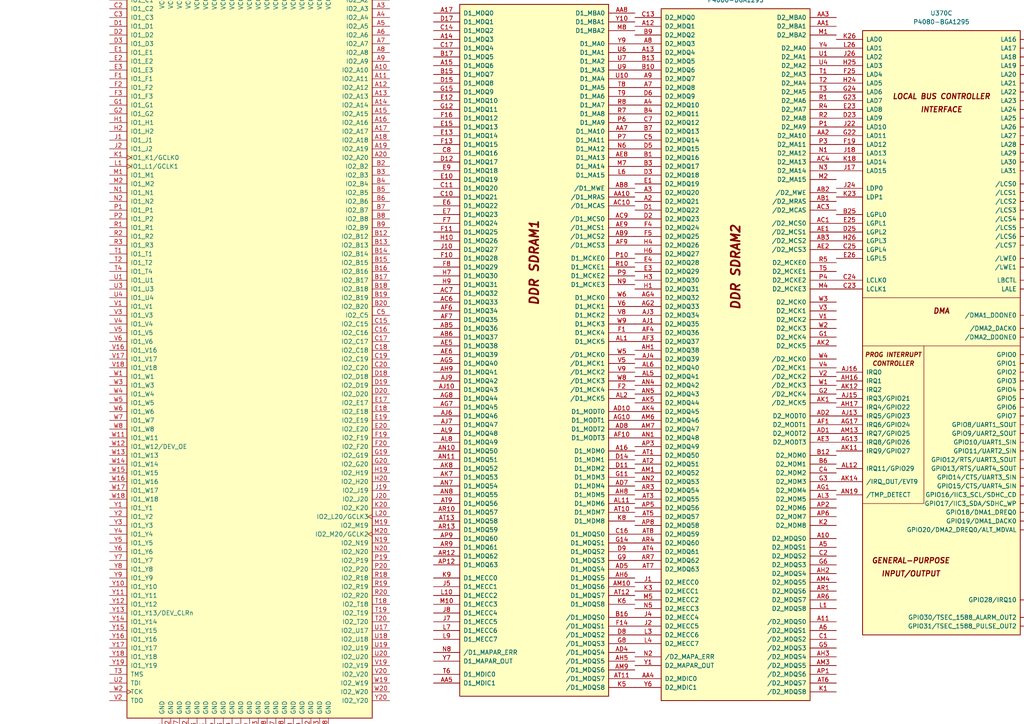
<source format=kicad_sch>
(kicad_sch (version 20250114) (generator "eeschema") (generator_version "9.0")
  (paper "A4")
  (lib_symbols
    (symbol "CPLD_Altera:EPM570ZM256" (pin_names (offset 1.016))
      (property "Reference" "U" (at 25.4 107.95 0))
      (property "Value" "EPM570ZM256" (at 25.4 -107.95 0))
      (symbol "EPM570ZM256_1_1"
        (pin bidirectional line (at -40.64 104.14 0) (length 5.08) (name "IO1_B1") (number "B1"))
        (pin bidirectional line (at -40.64 101.6 0) (length 5.08) (name "IO1_C1") (number "C1"))
        (pin bidirectional line (at -40.64 99.06 0) (length 5.08) (name "IO1_C2") (number "C2"))
        (pin bidirectional line (at -40.64 96.52 0) (length 5.08) (name "IO1_C3") (number "C3"))
        (pin bidirectional line (at -40.64 93.98 0) (length 5.08) (name "IO1_D1") (number "D1"))
        (pin bidirectional line (at -40.64 91.44 0) (length 5.08) (name "IO1_D2") (number "D2"))
        (pin bidirectional line (at -40.64 88.9 0) (length 5.08) (name "IO1_D3") (number "D3"))
        (pin bidirectional line (at -40.64 86.36 0) (length 5.08) (name "IO1_E1") (number "E1"))
        (pin bidirectional line (at -40.64 83.82 0) (length 5.08) (name "IO1_E2") (number "E2"))
        (pin bidirectional line (at -40.64 81.28 0) (length 5.08) (name "IO1_E3") (number "E3"))
        (pin bidirectional line (at -40.64 78.74 0) (length 5.08) (name "IO1_F1") (number "F1"))
        (pin bidirectional line (at -40.64 76.2 0) (length 5.08) (name "IO1_F2") (number "F2"))
        (pin bidirectional line (at -40.64 73.66 0) (length 5.08) (name "IO1_F3") (number "F3"))
        (pin bidirectional line (at -40.64 71.12 0) (length 5.08) (name "IO1_G1") (number "G1"))
        (pin bidirectional line (at -40.64 68.58 0) (length 5.08) (name "IO1_G2") (number "G2"))
        (pin bidirectional line (at -40.64 66.04 0) (length 5.08) (name "IO1_H1") (number "H1"))
        (pin bidirectional line (at -40.64 63.5 0) (length 5.08) (name "IO1_H2") (number "H2"))
        (pin bidirectional line (at -40.64 60.96 0) (length 5.08) (name "IO1_J1") (number "J1"))
        (pin bidirectional line (at -40.64 58.42 0) (length 5.08) (name "IO1_J2") (number "J2"))
        (pin bidirectional clock (at -40.64 55.88 0) (length 5.08) (name "IO1_K1/GCLK0") (number "K1"))
        (pin bidirectional clock (at -40.64 53.34 0) (length 5.08) (name "IO1_L1/GCLK1") (number "L1"))
        (pin bidirectional line (at -40.64 50.8 0) (length 5.08) (name "IO1_M1") (number "M1"))
        (pin bidirectional line (at -40.64 48.26 0) (length 5.08) (name "IO1_M2") (number "M2"))
        (pin bidirectional line (at -40.64 45.72 0) (length 5.08) (name "IO1_N1") (number "N1"))
        (pin bidirectional line (at -40.64 43.18 0) (length 5.08) (name "IO1_N2") (number "N2"))
        (pin bidirectional line (at -40.64 40.64 0) (length 5.08) (name "IO1_P1") (number "P1"))
        (pin bidirectional line (at -40.64 38.1 0) (length 5.08) (name "IO1_P2") (number "P2"))
        (pin bidirectional line (at -40.64 35.56 0) (length 5.08) (name "IO1_R1") (number "R1"))
        (pin bidirectional line (at -40.64 33.02 0) (length 5.08) (name "IO1_R2") (number "R2"))
        (pin bidirectional line (at -40.64 30.48 0) (length 5.08) (name "IO1_R3") (number "R3"))
        (pin bidirectional line (at -40.64 27.94 0) (length 5.08) (name "IO1_T1") (number "T1"))
        (pin bidirectional line (at -40.64 25.4 0) (length 5.08) (name "IO1_T2") (number "T2"))
        (pin bidirectional line (at -40.64 22.86 0) (length 5.08) (name "IO1_T4") (number "T4"))
        (pin bidirectional line (at -40.64 20.32 0) (length 5.08) (name "IO1_U1") (number "U1"))
        (pin bidirectional line (at -40.64 17.78 0) (length 5.08) (name "IO1_U3") (number "U3"))
        (pin bidirectional line (at -40.64 15.24 0) (length 5.08) (name "IO1_U4") (number "U4"))
        (pin bidirectional line (at -40.64 12.7 0) (length 5.08) (name "IO1_V1") (number "V1"))
        (pin bidirectional line (at -40.64 10.16 0) (length 5.08) (name "IO1_V3") (number "V3"))
        (pin bidirectional line (at -40.64 7.62 0) (length 5.08) (name "IO1_V4") (number "V4"))
        (pin bidirectional line (at -40.64 5.08 0) (length 5.08) (name "IO1_V5") (number "V5"))
        (pin bidirectional line (at -40.64 2.54 0) (length 5.08) (name "IO1_V6") (number "V6"))
        (pin bidirectional line (at -40.64 0 0) (length 5.08) (name "IO1_V16") (number "V16"))
        (pin bidirectional line (at -40.64 -2.54 0) (length 5.08) (name "IO1_V17") (number "V17"))
        (pin bidirectional line (at -40.64 -5.08 0) (length 5.08) (name "IO1_V18") (number "V18"))
        (pin bidirectional line (at -40.64 -7.62 0) (length 5.08) (name "IO1_W1") (number "W1"))
        (pin bidirectional line (at -40.64 -10.16 0) (length 5.08) (name "IO1_W3") (number "W3"))
        (pin bidirectional line (at -40.64 -12.7 0) (length 5.08) (name "IO1_W4") (number "W4"))
        (pin bidirectional line (at -40.64 -15.24 0) (length 5.08) (name "IO1_W5") (number "W5"))
        (pin bidirectional line (at -40.64 -17.78 0) (length 5.08) (name "IO1_W6") (number "W6"))
        (pin bidirectional line (at -40.64 -20.32 0) (length 5.08) (name "IO1_W7") (number "W7"))
        (pin bidirectional line (at -40.64 -22.86 0) (length 5.08) (name "IO1_W8") (number "W8"))
        (pin bidirectional line (at -40.64 -25.4 0) (length 5.08) (name "IO1_W11") (number "W11"))
        (pin bidirectional line (at -40.64 -27.94 0) (length 5.08) (name "IO1_W12/DEV_OE") (number "W12"))
        (pin bidirectional line (at -40.64 -30.48 0) (length 5.08) (name "IO1_W13") (number "W13"))
        (pin bidirectional line (at -40.64 -33.02 0) (length 5.08) (name "IO1_W14") (number "W14"))
        (pin bidirectional line (at -40.64 -35.56 0) (length 5.08) (name "IO1_W15") (number "W15"))
        (pin bidirectional line (at -40.64 -38.1 0) (length 5.08) (name "IO1_W16") (number "W16"))
        (pin bidirectional line (at -40.64 -40.64 0) (length 5.08) (name "IO1_W17") (number "W17"))
        (pin bidirectional line (at -40.64 -43.18 0) (length 5.08) (name "IO1_W18") (number "W18"))
        (pin bidirectional line (at -40.64 -45.72 0) (length 5.08) (name "IO1_Y1") (number "Y1"))
        (pin bidirectional line (at -40.64 -48.26 0) (length 5.08) (name "IO1_Y2") (number "Y2"))
        (pin bidirectional line (at -40.64 -50.8 0) (length 5.08) (name "IO1_Y3") (number "Y3"))
        (pin bidirectional line (at -40.64 -53.34 0) (length 5.08) (name "IO1_Y4") (number "Y4"))
        (pin bidirectional line (at -40.64 -55.88 0) (length 5.08) (name "IO1_Y5") (number "Y5"))
        (pin bidirectional line (at -40.64 -58.42 0) (length 5.08) (name "IO1_Y6") (number "Y6"))
        (pin bidirectional line (at -40.64 -60.96 0) (length 5.08) (name "IO1_Y7") (number "Y7"))
        (pin bidirectional line (at -40.64 -63.5 0) (length 5.08) (name "IO1_Y8") (number "Y8"))
        (pin bidirectional line (at -40.64 -66.04 0) (length 5.08) (name "IO1_Y9") (number "Y9"))
        (pin bidirectional line (at -40.64 -68.58 0) (length 5.08) (name "IO1_Y10") (number "Y10"))
        (pin bidirectional line (at -40.64 -71.12 0) (length 5.08) (name "IO1_Y11") (number "Y11"))
        (pin bidirectional line (at -40.64 -73.66 0) (length 5.08) (name "IO1_Y12") (number "Y12"))
        (pin bidirectional line (at -40.64 -76.2 0) (length 5.08) (name "IO1_Y13/DEV_CLRn") (number "Y13"))
        (pin bidirectional line (at -40.64 -78.74 0) (length 5.08) (name "IO1_Y14") (number "Y14"))
        (pin bidirectional line (at -40.64 -81.28 0) (length 5.08) (name "IO1_Y15") (number "Y15"))
        (pin bidirectional line (at -40.64 -83.82 0) (length 5.08) (name "IO1_Y16") (number "Y16"))
        (pin bidirectional line (at -40.64 -86.36 0) (length 5.08) (name "IO1_Y17") (number "Y17"))
        (pin bidirectional line (at -40.64 -88.9 0) (length 5.08) (name "IO1_Y18") (number "Y18"))
        (pin bidirectional line (at -40.64 -91.44 0) (length 5.08) (name "IO1_Y19") (number "Y19"))
        (pin input line (at -40.64 -93.98 0) (length 5.08) (name "TMS") (number "T3"))
        (pin input line (at -40.64 -96.52 0) (length 5.08) (name "TDI") (number "U2"))
        (pin input clock (at -40.64 -99.06 0) (length 5.08) (name "TCK") (number "W2"))
        (pin output line (at -40.64 -101.6 0) (length 5.08) (name "TDO") (number "V2"))
        (pin power_in line (at -25.4 111.76 270) (length 5.08) (name "VCCINT") (number "K4"))
        (pin power_in line (at -25.4 -111.76 90) (length 5.08) (name "GND") (number "J4"))
        (pin power_in line (at -22.86 111.76 270) (length 5.08) (name "VCCINT") (number "U11"))
        (pin power_in line (at -22.86 -111.76 90) (length 5.08) (name "GND") (number "U12"))
        (pin power_in line (at -20.32 111.76 270) (length 5.08) (name "VCCINT") (number "L17"))
        (pin power_in line (at -20.32 -111.76 90) (length 5.08) (name "GND") (number "M17"))
        (pin power_in line (at -17.78 111.76 270) (length 5.08) (name "VCCINT") (number "D11"))
        (pin power_in line (at -17.78 -111.76 90) (length 5.08) (name "GND") (number "D12"))
        (pin power_in line (at -15.24 111.76 270) (length 5.08) (name "VCCIO1") (number "K3"))
        (pin power_in line (at -15.24 -111.76 90) (length 5.08) (name "GND") (number "H3"))
        (pin power_in line (at -12.7 111.76 270) (length 5.08) (name "VCCIO1") (number "L3"))
        (pin power_in line (at -12.7 -111.76 90) (length 5.08) (name "GND") (number "J3"))
        (pin power_in line (at -10.16 111.76 270) (length 5.08) (name "VCCIO1") (number "L4"))
        (pin power_in line (at -10.16 -111.76 90) (length 5.08) (name "GND") (number "M4"))
        (pin power_in line (at -7.62 111.76 270) (length 5.08) (name "VCCIO1") (number "M3"))
        (pin power_in line (at -7.62 -111.76 90) (length 5.08) (name "GND") (number "N3"))
        (pin power_in line (at -5.08 111.76 270) (length 5.08) (name "VCCIO1") (number "U10"))
        (pin power_in line (at -5.08 -111.76 90) (length 5.08) (name "GND") (number "U9"))
        (pin power_in line (at -2.54 111.76 270) (length 5.08) (name "VCCIO1") (number "V10"))
        (pin power_in line (at -2.54 -111.76 90) (length 5.08) (name "GND") (number "V8"))
        (pin power_in line (at 0 111.76 270) (length 5.08) (name "VCCIO1") (number "V11"))
        (pin power_in line (at 0 -111.76 90) (length 5.08) (name "GND") (number "V9"))
        (pin power_in line (at 2.54 111.76 270) (length 5.08) (name "VCCIO1") (number "V12"))
        (pin power_in line (at 2.54 -111.76 90) (length 5.08) (name "GND") (number "V13"))
        (pin power_in line (at 5.08 111.76 270) (length 5.08) (name "VCCIO2") (number "J18"))
        (pin power_in line (at 5.08 -111.76 90) (length 5.08) (name "GND") (number "H18"))
        (pin power_in line (at 7.62 111.76 270) (length 5.08) (name "VCCIO2") (number "K17"))
        (pin power_in line (at 7.62 -111.76 90) (length 5.08) (name "GND") (number "J17"))
        (pin power_in line (at 10.16 111.76 270) (length 5.08) (name "VCCIO2") (number "K18"))
        (pin power_in line (at 10.16 -111.76 90) (length 5.08) (name "GND") (number "N18"))
        (pin power_in line (at 12.7 111.76 270) (length 5.08) (name "VCCIO2") (number "L18"))
        (pin power_in line (at 12.7 -111.76 90) (length 5.08) (name "GND") (number "C8"))
        (pin power_in line (at 15.24 111.76 270) (length 5.08) (name "VCCIO2") (number "C9"))
        (pin power_in line (at 15.24 -111.76 90) (length 5.08) (name "GND") (number "D9"))
        (pin power_in line (at 17.78 111.76 270) (length 5.08) (name "VCCIO2") (number "C10"))
        (pin power_in line (at 17.78 -111.76 90) (length 5.08) (name "GND") (number "C12"))
        (pin power_in line (at 20.32 111.76 270) (length 5.08) (name "VCCIO2") (number "D10"))
        (pin power_in line (at 20.32 -111.76 90) (length 5.08) (name "GND") (number "C13"))
        (pin power_in line (at 22.86 111.76 270) (length 5.08) (name "VCCIO2") (number "C11"))
        (pin power_in line (at 22.86 -111.76 90) (length 5.08) (name "GND") (number "M18"))
        (pin bidirectional line (at 40.64 104.14 180) (length 5.08) (name "IO2_A1") (number "A1"))
        (pin bidirectional line (at 40.64 101.6 180) (length 5.08) (name "IO2_A2") (number "A2"))
        (pin bidirectional line (at 40.64 99.06 180) (length 5.08) (name "IO2_A3") (number "A3"))
        (pin bidirectional line (at 40.64 96.52 180) (length 5.08) (name "IO2_A4") (number "A4"))
        (pin bidirectional line (at 40.64 93.98 180) (length 5.08) (name "IO2_A5") (number "A5"))
        (pin bidirectional line (at 40.64 91.44 180) (length 5.08) (name "IO2_A6") (number "A6"))
        (pin bidirectional line (at 40.64 88.9 180) (length 5.08) (name "IO2_A7") (number "A7"))
        (pin bidirectional line (at 40.64 86.36 180) (length 5.08) (name "IO2_A8") (number "A8"))
        (pin bidirectional line (at 40.64 83.82 180) (length 5.08) (name "IO2_A9") (number "A9"))
        (pin bidirectional line (at 40.64 81.28 180) (length 5.08) (name "IO2_A10") (number "A10"))
        (pin bidirectional line (at 40.64 78.74 180) (length 5.08) (name "IO2_A11") (number "A11"))
        (pin bidirectional line (at 40.64 76.2 180) (length 5.08) (name "IO2_A12") (number "A12"))
        (pin bidirectional line (at 40.64 73.66 180) (length 5.08) (name "IO2_A13") (number "A13"))
        (pin bidirectional line (at 40.64 71.12 180) (length 5.08) (name "IO2_A14") (number "A14"))
        (pin bidirectional line (at 40.64 68.58 180) (length 5.08) (name "IO2_A15") (number "A15"))
        (pin bidirectional line (at 40.64 66.04 180) (length 5.08) (name "IO2_A16") (number "A16"))
        (pin bidirectional line (at 40.64 63.5 180) (length 5.08) (name "IO2_A17") (number "A17"))
        (pin bidirectional line (at 40.64 60.96 180) (length 5.08) (name "IO2_A18") (number "A18"))
        (pin bidirectional line (at 40.64 58.42 180) (length 5.08) (name "IO2_A19") (number "A19"))
        (pin bidirectional line (at 40.64 55.88 180) (length 5.08) (name "IO2_A20") (number "A20"))
        (pin bidirectional line (at 40.64 53.34 180) (length 5.08) (name "IO2_B2") (number "B2"))
        (pin bidirectional line (at 40.64 50.8 180) (length 5.08) (name "IO2_B3") (number "B3"))
        (pin bidirectional line (at 40.64 48.26 180) (length 5.08) (name "IO2_B4") (number "B4"))
        (pin bidirectional line (at 40.64 45.72 180) (length 5.08) (name "IO2_B5") (number "B5"))
        (pin bidirectional line (at 40.64 43.18 180) (length 5.08) (name "IO2_B6") (number "B6"))
        (pin bidirectional line (at 40.64 40.64 180) (length 5.08) (name "IO2_B7") (number "B7"))
        (pin bidirectional line (at 40.64 38.1 180) (length 5.08) (name "IO2_B8") (number "B8"))
        (pin bidirectional line (at 40.64 35.56 180) (length 5.08) (name "IO2_B9") (number "B9"))
        (pin bidirectional line (at 40.64 33.02 180) (length 5.08) (name "IO2_B12") (number "B12"))
        (pin bidirectional line (at 40.64 30.48 180) (length 5.08) (name "IO2_B13") (number "B13"))
        (pin bidirectional line (at 40.64 27.94 180) (length 5.08) (name "IO2_B14") (number "B14"))
        (pin bidirectional line (at 40.64 25.4 180) (length 5.08) (name "IO2_B15") (number "B15"))
        (pin bidirectional line (at 40.64 22.86 180) (length 5.08) (name "IO2_B16") (number "B16"))
        (pin bidirectional line (at 40.64 20.32 180) (length 5.08) (name "IO2_B17") (number "B17"))
        (pin bidirectional line (at 40.64 17.78 180) (length 5.08) (name "IO2_B18") (number "B18"))
        (pin bidirectional line (at 40.64 15.24 180) (length 5.08) (name "IO2_B19") (number "B19"))
        (pin bidirectional line (at 40.64 12.7 180) (length 5.08) (name "IO2_B20") (number "B20"))
        (pin bidirectional line (at 40.64 10.16 180) (length 5.08) (name "IO2_C5") (number "C5"))
        (pin bidirectional line (at 40.64 7.62 180) (length 5.08) (name "IO2_C15") (number "C15"))
        (pin bidirectional line (at 40.64 5.08 180) (length 5.08) (name "IO2_C16") (number "C16"))
        (pin bidirectional line (at 40.64 2.54 180) (length 5.08) (name "IO2_C17") (number "C17"))
        (pin bidirectional line (at 40.64 0 180) (length 5.08) (name "IO2_C18") (number "C18"))
        (pin bidirectional line (at 40.64 -2.54 180) (length 5.08) (name "IO2_C19") (number "C19"))
        (pin bidirectional line (at 40.64 -5.08 180) (length 5.08) (name "IO2_C20") (number "C20"))
        (pin bidirectional line (at 40.64 -7.62 180) (length 5.08) (name "IO2_D18") (number "D18"))
        (pin bidirectional line (at 40.64 -10.16 180) (length 5.08) (name "IO2_D19") (number "D19"))
        (pin bidirectional line (at 40.64 -12.7 180) (length 5.08) (name "IO2_D20") (number "D20"))
        (pin bidirectional line (at 40.64 -15.24 180) (length 5.08) (name "IO2_E17") (number "E17"))
        (pin bidirectional line (at 40.64 -17.78 180) (length 5.08) (name "IO2_E18") (number "E18"))
        (pin bidirectional line (at 40.64 -20.32 180) (length 5.08) (name "IO2_E19") (number "E19"))
        (pin bidirectional line (at 40.64 -22.86 180) (length 5.08) (name "IO2_E20") (number "E20"))
        (pin bidirectional line (at 40.64 -25.4 180) (length 5.08) (name "IO2_F19") (number "F19"))
        (pin bidirectional line (at 40.64 -27.94 180) (length 5.08) (name "IO2_F20") (number "F20"))
        (pin bidirectional line (at 40.64 -30.48 180) (length 5.08) (name "IO2_G19") (number "G19"))
        (pin bidirectional line (at 40.64 -33.02 180) (length 5.08) (name "IO2_G20") (number "G20"))
        (pin bidirectional line (at 40.64 -35.56 180) (length 5.08) (name "IO2_H19") (number "H19"))
        (pin bidirectional line (at 40.64 -38.1 180) (length 5.08) (name "IO2_H20") (number "H20"))
        (pin bidirectional line (at 40.64 -40.64 180) (length 5.08) (name "IO2_J19") (number "J19"))
        (pin bidirectional line (at 40.64 -43.18 180) (length 5.08) (name "IO2_J20") (number "J20"))
        (pin bidirectional line (at 40.64 -45.72 180) (length 5.08) (name "IO2_K20") (number "K20"))
        (pin bidirectional clock (at 40.64 -48.26 180) (length 5.08) (name "IO2_L20/GCLK3") (number "L20"))
        (pin bidirectional line (at 40.64 -50.8 180) (length 5.08) (name "IO2_M19") (number "M19"))
        (pin bidirectional clock (at 40.64 -53.34 180) (length 5.08) (name "IO2_M20/GCLK2") (number "M20"))
        (pin bidirectional line (at 40.64 -55.88 180) (length 5.08) (name "IO2_N19") (number "N19"))
        (pin bidirectional line (at 40.64 -58.42 180) (length 5.08) (name "IO2_N20") (number "N20"))
        (pin bidirectional line (at 40.64 -60.96 180) (length 5.08) (name "IO2_P19") (number "P19"))
        (pin bidirectional line (at 40.64 -63.5 180) (length 5.08) (name "IO2_P20") (number "P20"))
        (pin bidirectional line (at 40.64 -66.04 180) (length 5.08) (name "IO2_R18") (number "R18"))
        (pin bidirectional line (at 40.64 -68.58 180) (length 5.08) (name "IO2_R19") (number "R19"))
        (pin bidirectional line (at 40.64 -71.12 180) (length 5.08) (name "IO2_R20") (number "R20"))
        (pin bidirectional line (at 40.64 -73.66 180) (length 5.08) (name "IO2_T18") (number "T18"))
        (pin bidirectional line (at 40.64 -76.2 180) (length 5.08) (name "IO2_T19") (number "T19"))
        (pin bidirectional line (at 40.64 -78.74 180) (length 5.08) (name "IO2_T20") (number "T20"))
        (pin bidirectional line (at 40.64 -81.28 180) (length 5.08) (name "IO2_U17") (number "U17"))
        (pin bidirectional line (at 40.64 -83.82 180) (length 5.08) (name "IO2_U18") (number "U18"))
        (pin bidirectional line (at 40.64 -86.36 180) (length 5.08) (name "IO2_U19") (number "U19"))
        (pin bidirectional line (at 40.64 -88.9 180) (length 5.08) (name "IO2_U20") (number "U20"))
        (pin bidirectional line (at 40.64 -91.44 180) (length 5.08) (name "IO2_V19") (number "V19"))
        (pin bidirectional line (at 40.64 -93.98 180) (length 5.08) (name "IO2_V20") (number "V20"))
        (pin bidirectional line (at 40.64 -96.52 180) (length 5.08) (name "IO2_W19") (number "W19"))
        (pin bidirectional line (at 40.64 -99.06 180) (length 5.08) (name "IO2_W20") (number "W20"))
        (pin bidirectional line (at 40.64 -101.6 180) (length 5.08) (name "IO2_Y20") (number "Y20"))
      )
    )
    (symbol "CPU:P4080-BGA1295" (pin_names (offset 1.016))
      (property "Reference" "U" (at 1.27 19.05 0))
      (property "Value" "P4080-BGA1295" (at 1.27 16.51 0))
      (symbol "P4080-BGA1295_1_1"
        (text "DDR SDRAM1" (at 1.27 26.67 900) (effects (font (size 2.54 2.54) (bold yes) (italic yes))))
        (pin bidirectional line (at -27.94 99.06 0) (length 7.62) (name "D1_MDQ0") (number "A17"))
        (pin bidirectional line (at -27.94 96.52 0) (length 7.62) (name "D1_MDQ1") (number "D17"))
        (pin bidirectional line (at -27.94 93.98 0) (length 7.62) (name "D1_MDQ2") (number "C14"))
        (pin bidirectional line (at -27.94 91.44 0) (length 7.62) (name "D1_MDQ3") (number "A14"))
        (pin bidirectional line (at -27.94 88.9 0) (length 7.62) (name "D1_MDQ4") (number "C17"))
        (pin bidirectional line (at -27.94 86.36 0) (length 7.62) (name "D1_MDQ5") (number "B17"))
        (pin bidirectional line (at -27.94 83.82 0) (length 7.62) (name "D1_MDQ6") (number "A15"))
        (pin bidirectional line (at -27.94 81.28 0) (length 7.62) (name "D1_MDQ7") (number "B15"))
        (pin bidirectional line (at -27.94 78.74 0) (length 7.62) (name "D1_MDQ8") (number "D15"))
        (pin bidirectional line (at -27.94 76.2 0) (length 7.62) (name "D1_MDQ9") (number "G15"))
        (pin bidirectional line (at -27.94 73.66 0) (length 7.62) (name "D1_MDQ10") (number "E12"))
        (pin bidirectional line (at -27.94 71.12 0) (length 7.62) (name "D1_MDQ11") (number "G12"))
        (pin bidirectional line (at -27.94 68.58 0) (length 7.62) (name "D1_MDQ12") (number "F16"))
        (pin bidirectional line (at -27.94 66.04 0) (length 7.62) (name "D1_MDQ13") (number "E15"))
        (pin bidirectional line (at -27.94 63.5 0) (length 7.62) (name "D1_MDQ14") (number "E13"))
        (pin bidirectional line (at -27.94 60.96 0) (length 7.62) (name "D1_MDQ15") (number "F13"))
        (pin bidirectional line (at -27.94 58.42 0) (length 7.62) (name "D1_MDQ16") (number "C8"))
        (pin bidirectional line (at -27.94 55.88 0) (length 7.62) (name "D1_MDQ17") (number "D12"))
        (pin bidirectional line (at -27.94 53.34 0) (length 7.62) (name "D1_MDQ18") (number "E9"))
        (pin bidirectional line (at -27.94 50.8 0) (length 7.62) (name "D1_MDQ19") (number "E10"))
        (pin bidirectional line (at -27.94 48.26 0) (length 7.62) (name "D1_MDQ20") (number "C11"))
        (pin bidirectional line (at -27.94 45.72 0) (length 7.62) (name "D1_MDQ21") (number "C10"))
        (pin bidirectional line (at -27.94 43.18 0) (length 7.62) (name "D1_MDQ22") (number "E6"))
        (pin bidirectional line (at -27.94 40.64 0) (length 7.62) (name "D1_MDQ23") (number "E7"))
        (pin bidirectional line (at -27.94 38.1 0) (length 7.62) (name "D1_MDQ24") (number "F7"))
        (pin bidirectional line (at -27.94 35.56 0) (length 7.62) (name "D1_MDQ25") (number "F11"))
        (pin bidirectional line (at -27.94 33.02 0) (length 7.62) (name "D1_MDQ26") (number "H10"))
        (pin bidirectional line (at -27.94 30.48 0) (length 7.62) (name "D1_MDQ27") (number "J10"))
        (pin bidirectional line (at -27.94 27.94 0) (length 7.62) (name "D1_MDQ28") (number "F10"))
        (pin bidirectional line (at -27.94 25.4 0) (length 7.62) (name "D1_MDQ29") (number "F8"))
        (pin bidirectional line (at -27.94 22.86 0) (length 7.62) (name "D1_MDQ30") (number "H7"))
        (pin bidirectional line (at -27.94 20.32 0) (length 7.62) (name "D1_MDQ31") (number "H9"))
        (pin bidirectional line (at -27.94 17.78 0) (length 7.62) (name "D1_MDQ32") (number "AC7"))
        (pin bidirectional line (at -27.94 15.24 0) (length 7.62) (name "D1_MDQ33") (number "AC6"))
        (pin bidirectional line (at -27.94 12.7 0) (length 7.62) (name "D1_MDQ34") (number "AF6"))
        (pin bidirectional line (at -27.94 10.16 0) (length 7.62) (name "D1_MDQ35") (number "AF7"))
        (pin bidirectional line (at -27.94 7.62 0) (length 7.62) (name "D1_MDQ36") (number "AB5"))
        (pin bidirectional line (at -27.94 5.08 0) (length 7.62) (name "D1_MDQ37") (number "AB6"))
        (pin bidirectional line (at -27.94 2.54 0) (length 7.62) (name "D1_MDQ38") (number "AE5"))
        (pin bidirectional line (at -27.94 0 0) (length 7.62) (name "D1_MDQ39") (number "AE6"))
        (pin bidirectional line (at -27.94 -2.54 0) (length 7.62) (name "D1_MDQ40") (number "AG5"))
        (pin bidirectional line (at -27.94 -5.08 0) (length 7.62) (name "D1_MDQ41") (number "AH9"))
        (pin bidirectional line (at -27.94 -7.62 0) (length 7.62) (name "D1_MDQ42") (number "AJ9"))
        (pin bidirectional line (at -27.94 -10.16 0) (length 7.62) (name "D1_MDQ43") (number "AJ10"))
        (pin bidirectional line (at -27.94 -12.7 0) (length 7.62) (name "D1_MDQ44") (number "AG8"))
        (pin bidirectional line (at -27.94 -15.24 0) (length 7.62) (name "D1_MDQ45") (number "AG7"))
        (pin bidirectional line (at -27.94 -17.78 0) (length 7.62) (name "D1_MDQ46") (number "AJ6"))
        (pin bidirectional line (at -27.94 -20.32 0) (length 7.62) (name "D1_MDQ47") (number "AJ7"))
        (pin bidirectional line (at -27.94 -22.86 0) (length 7.62) (name "D1_MDQ48") (number "AL9"))
        (pin bidirectional line (at -27.94 -25.4 0) (length 7.62) (name "D1_MDQ49") (number "AL8"))
        (pin bidirectional line (at -27.94 -27.94 0) (length 7.62) (name "D1_MDQ50") (number "AN10"))
        (pin bidirectional line (at -27.94 -30.48 0) (length 7.62) (name "D1_MDQ51") (number "AN11"))
        (pin bidirectional line (at -27.94 -33.02 0) (length 7.62) (name "D1_MDQ52") (number "AK8"))
        (pin bidirectional line (at -27.94 -35.56 0) (length 7.62) (name "D1_MDQ53") (number "AK7"))
        (pin bidirectional line (at -27.94 -38.1 0) (length 7.62) (name "D1_MDQ54") (number "AN7"))
        (pin bidirectional line (at -27.94 -40.64 0) (length 7.62) (name "D1_MDQ55") (number "AN8"))
        (pin bidirectional line (at -27.94 -43.18 0) (length 7.62) (name "D1_MDQ56") (number "AT9"))
        (pin bidirectional line (at -27.94 -45.72 0) (length 7.62) (name "D1_MDQ57") (number "AR10"))
        (pin bidirectional line (at -27.94 -48.26 0) (length 7.62) (name "D1_MDQ58") (number "AT13"))
        (pin bidirectional line (at -27.94 -50.8 0) (length 7.62) (name "D1_MDQ59") (number "AR13"))
        (pin bidirectional line (at -27.94 -53.34 0) (length 7.62) (name "D1_MDQ60") (number "AP9"))
        (pin bidirectional line (at -27.94 -55.88 0) (length 7.62) (name "D1_MDQ61") (number "AR9"))
        (pin bidirectional line (at -27.94 -58.42 0) (length 7.62) (name "D1_MDQ62") (number "AR12"))
        (pin bidirectional line (at -27.94 -60.96 0) (length 7.62) (name "D1_MDQ63") (number "AP12"))
        (pin bidirectional line (at -27.94 -64.77 0) (length 7.62) (name "D1_MECC0") (number "K9"))
        (pin bidirectional line (at -27.94 -67.31 0) (length 7.62) (name "D1_MECC1") (number "J5"))
        (pin bidirectional line (at -27.94 -69.85 0) (length 7.62) (name "D1_MECC2") (number "L10"))
        (pin bidirectional line (at -27.94 -72.39 0) (length 7.62) (name "D1_MECC3") (number "M10"))
        (pin bidirectional line (at -27.94 -74.93 0) (length 7.62) (name "D1_MECC4") (number "J8"))
        (pin bidirectional line (at -27.94 -77.47 0) (length 7.62) (name "D1_MECC5") (number "J7"))
        (pin bidirectional line (at -27.94 -80.01 0) (length 7.62) (name "D1_MECC6") (number "L7"))
        (pin bidirectional line (at -27.94 -82.55 0) (length 7.62) (name "D1_MECC7") (number "L9"))
        (pin input line (at -27.94 -86.36 0) (length 7.62) (name "/D1_MAPAR_ERR") (number "N8"))
        (pin output line (at -27.94 -88.9 0) (length 7.62) (name "D1_MAPAR_OUT") (number "Y7"))
        (pin bidirectional line (at -27.94 -92.71 0) (length 7.62) (name "D1_MDIC0") (number "T6"))
        (pin bidirectional line (at -27.94 -95.25 0) (length 7.62) (name "D1_MDIC1") (number "AA5"))
        (pin output line (at 30.48 99.06 180) (length 7.62) (name "D1_MBA0") (number "AA8"))
        (pin output line (at 30.48 96.52 180) (length 7.62) (name "D1_MBA1") (number "Y10"))
        (pin output line (at 30.48 93.98 180) (length 7.62) (name "D1_MBA2") (number "M8"))
        (pin output line (at 30.48 90.17 180) (length 7.62) (name "D1_MA0") (number "Y9"))
        (pin output line (at 30.48 87.63 180) (length 7.62) (name "D1_MA1") (number "U6"))
        (pin output line (at 30.48 85.09 180) (length 7.62) (name "D1_MA2") (number "U7"))
        (pin output line (at 30.48 82.55 180) (length 7.62) (name "D1_MA3") (number "U9"))
        (pin output line (at 30.48 80.01 180) (length 7.62) (name "D1_MA4") (number "U10"))
        (pin output line (at 30.48 77.47 180) (length 7.62) (name "D1_MA5") (number "T8"))
        (pin output line (at 30.48 74.93 180) (length 7.62) (name "D1_MA6") (number "T9"))
        (pin output line (at 30.48 72.39 180) (length 7.62) (name "D1_MA7") (number "R8"))
        (pin output line (at 30.48 69.85 180) (length 7.62) (name "D1_MA8") (number "R7"))
        (pin output line (at 30.48 67.31 180) (length 7.62) (name "D1_MA9") (number "P6"))
        (pin output line (at 30.48 64.77 180) (length 7.62) (name "D1_MA10") (number "AA7"))
        (pin output line (at 30.48 62.23 180) (length 7.62) (name "D1_MA11") (number "P7"))
        (pin output line (at 30.48 59.69 180) (length 7.62) (name "D1_MA12") (number "N6"))
        (pin output line (at 30.48 57.15 180) (length 7.62) (name "D1_MA13") (number "AE8"))
        (pin output line (at 30.48 54.61 180) (length 7.62) (name "D1_MA14") (number "M7"))
        (pin output line (at 30.48 52.07 180) (length 7.62) (name "D1_MA15") (number "L6"))
        (pin output line (at 30.48 48.26 180) (length 7.62) (name "/D1_MWE") (number "AB8"))
        (pin output line (at 30.48 45.72 180) (length 7.62) (name "/D1_MRAS") (number "AA10"))
        (pin output line (at 30.48 43.18 180) (length 7.62) (name "/D1_MCAS") (number "AC10"))
        (pin output line (at 30.48 39.37 180) (length 7.62) (name "/D1_MCS0") (number "AC9"))
        (pin output line (at 30.48 36.83 180) (length 7.62) (name "/D1_MCS1") (number "AE9"))
        (pin output line (at 30.48 34.29 180) (length 7.62) (name "/D1_MCS2") (number "AB9"))
        (pin output line (at 30.48 31.75 180) (length 7.62) (name "/D1_MCS3") (number "AF9"))
        (pin output line (at 30.48 27.94 180) (length 7.62) (name "D1_MCKE0") (number "P10"))
        (pin output line (at 30.48 25.4 180) (length 7.62) (name "D1_MCKE1") (number "R10"))
        (pin output line (at 30.48 22.86 180) (length 7.62) (name "D1_MCKE2") (number "P9"))
        (pin output line (at 30.48 20.32 180) (length 7.62) (name "D1_MCKE3") (number "N9"))
        (pin output line (at 30.48 16.51 180) (length 7.62) (name "D1_MCK0") (number "W6"))
        (pin output line (at 30.48 13.97 180) (length 7.62) (name "D1_MCK1") (number "V6"))
        (pin output line (at 30.48 11.43 180) (length 7.62) (name "D1_MCK2") (number "V8"))
        (pin output line (at 30.48 8.89 180) (length 7.62) (name "D1_MCK3") (number "W9"))
        (pin output line (at 30.48 6.35 180) (length 7.62) (name "D1_MCK4") (number "F1"))
        (pin output line (at 30.48 3.81 180) (length 7.62) (name "D1_MCK5") (number "AL1"))
        (pin output line (at 30.48 0 180) (length 7.62) (name "/D1_MCK0") (number "W5"))
        (pin output line (at 30.48 -2.54 180) (length 7.62) (name "/D1_MCK1") (number "V5"))
        (pin output line (at 30.48 -5.08 180) (length 7.62) (name "/D1_MCK2") (number "V9"))
        (pin output line (at 30.48 -7.62 180) (length 7.62) (name "/D1_MCK3") (number "W8"))
        (pin output line (at 30.48 -10.16 180) (length 7.62) (name "/D1_MCK4") (number "F2"))
        (pin output line (at 30.48 -12.7 180) (length 7.62) (name "/D1_MCK5") (number "AL2"))
        (pin output line (at 30.48 -16.51 180) (length 7.62) (name "D1_MODT0") (number "AD10"))
        (pin output line (at 30.48 -19.05 180) (length 7.62) (name "D1_MODT1") (number "AG10"))
        (pin output line (at 30.48 -21.59 180) (length 7.62) (name "D1_MODT2") (number "AD8"))
        (pin output line (at 30.48 -24.13 180) (length 7.62) (name "D1_MODT3") (number "AF10"))
        (pin output line (at 30.48 -27.94 180) (length 7.62) (name "D1_MDM0") (number "A16"))
        (pin output line (at 30.48 -30.48 180) (length 7.62) (name "D1_MDM1") (number "D14"))
        (pin output line (at 30.48 -33.02 180) (length 7.62) (name "D1_MDM2") (number "D11"))
        (pin output line (at 30.48 -35.56 180) (length 7.62) (name "D1_MDM3") (number "G11"))
        (pin output line (at 30.48 -38.1 180) (length 7.62) (name "D1_MDM4") (number "AD7"))
        (pin output line (at 30.48 -40.64 180) (length 7.62) (name "D1_MDM5") (number "AH8"))
        (pin output line (at 30.48 -43.18 180) (length 7.62) (name "D1_MDM6") (number "AL11"))
        (pin output line (at 30.48 -45.72 180) (length 7.62) (name "D1_MDM7") (number "AT10"))
        (pin output line (at 30.48 -48.26 180) (length 7.62) (name "D1_MDM8") (number "K8"))
        (pin bidirectional line (at 30.48 -52.07 180) (length 7.62) (name "D1_MDQS0") (number "C16"))
        (pin bidirectional line (at 30.48 -54.61 180) (length 7.62) (name "D1_MDQS1") (number "G14"))
        (pin bidirectional line (at 30.48 -57.15 180) (length 7.62) (name "D1_MDQS2") (number "D9"))
        (pin bidirectional line (at 30.48 -59.69 180) (length 7.62) (name "D1_MDQS3") (number "G9"))
        (pin bidirectional line (at 30.48 -62.23 180) (length 7.62) (name "D1_MDQS4") (number "AD5"))
        (pin bidirectional line (at 30.48 -64.77 180) (length 7.62) (name "D1_MDQS5") (number "AH6"))
        (pin bidirectional line (at 30.48 -67.31 180) (length 7.62) (name "D1_MDQS6") (number "AM10"))
        (pin bidirectional line (at 30.48 -69.85 180) (length 7.62) (name "D1_MDQS7") (number "AT12"))
        (pin bidirectional line (at 30.48 -72.39 180) (length 7.62) (name "D1_MDQS8") (number "K6"))
        (pin bidirectional line (at 30.48 -76.2 180) (length 7.62) (name "/D1_MDQS0") (number "B16"))
        (pin bidirectional line (at 30.48 -78.74 180) (length 7.62) (name "/D1_MDQS1") (number "F14"))
        (pin bidirectional line (at 30.48 -81.28 180) (length 7.62) (name "/D1_MDQS2") (number "D8"))
        (pin bidirectional line (at 30.48 -83.82 180) (length 7.62) (name "/D1_MDQS3") (number "G8"))
        (pin bidirectional line (at 30.48 -86.36 180) (length 7.62) (name "/D1_MDQS4") (number "AD4"))
        (pin bidirectional line (at 30.48 -88.9 180) (length 7.62) (name "/D1_MDQS5") (number "AH5"))
        (pin bidirectional line (at 30.48 -91.44 180) (length 7.62) (name "/D1_MDQS6") (number "AM9"))
        (pin bidirectional line (at 30.48 -93.98 180) (length 7.62) (name "/D1_MDQS7") (number "AT11"))
        (pin bidirectional line (at 30.48 -96.52 180) (length 7.62) (name "/D1_MDQS8") (number "K5"))
      )
      (symbol "P4080-BGA1295_2_1"
        (text "DDR SDRAM2" (at 1.27 26.67 900) (effects (font (size 2.54 2.54) (bold yes) (italic yes))))
        (pin bidirectional line (at -27.94 99.06 0) (length 7.62) (name "D2_MDQ0") (number "C13"))
        (pin bidirectional line (at -27.94 96.52 0) (length 7.62) (name "D2_MDQ1") (number "A12"))
        (pin bidirectional line (at -27.94 93.98 0) (length 7.62) (name "D2_MDQ2") (number "B9"))
        (pin bidirectional line (at -27.94 91.44 0) (length 7.62) (name "D2_MDQ3") (number "A8"))
        (pin bidirectional line (at -27.94 88.9 0) (length 7.62) (name "D2_MDQ4") (number "A13"))
        (pin bidirectional line (at -27.94 86.36 0) (length 7.62) (name "D2_MDQ5") (number "B13"))
        (pin bidirectional line (at -27.94 83.82 0) (length 7.62) (name "D2_MDQ6") (number "B10"))
        (pin bidirectional line (at -27.94 81.28 0) (length 7.62) (name "D2_MDQ7") (number "A9"))
        (pin bidirectional line (at -27.94 78.74 0) (length 7.62) (name "D2_MDQ8") (number "A7"))
        (pin bidirectional line (at -27.94 76.2 0) (length 7.62) (name "D2_MDQ9") (number "D6"))
        (pin bidirectional line (at -27.94 73.66 0) (length 7.62) (name "D2_MDQ10") (number "A4"))
        (pin bidirectional line (at -27.94 71.12 0) (length 7.62) (name "D2_MDQ11") (number "B4"))
        (pin bidirectional line (at -27.94 68.58 0) (length 7.62) (name "D2_MDQ12") (number "C7"))
        (pin bidirectional line (at -27.94 66.04 0) (length 7.62) (name "D2_MDQ13") (number "B7"))
        (pin bidirectional line (at -27.94 63.5 0) (length 7.62) (name "D2_MDQ14") (number "C5"))
        (pin bidirectional line (at -27.94 60.96 0) (length 7.62) (name "D2_MDQ15") (number "D5"))
        (pin bidirectional line (at -27.94 58.42 0) (length 7.62) (name "D2_MDQ16") (number "B1"))
        (pin bidirectional line (at -27.94 55.88 0) (length 7.62) (name "D2_MDQ17") (number "B3"))
        (pin bidirectional line (at -27.94 53.34 0) (length 7.62) (name "D2_MDQ18") (number "D3"))
        (pin bidirectional line (at -27.94 50.8 0) (length 7.62) (name "D2_MDQ19") (number "E1"))
        (pin bidirectional line (at -27.94 48.26 0) (length 7.62) (name "D2_MDQ20") (number "A3"))
        (pin bidirectional line (at -27.94 45.72 0) (length 7.62) (name "D2_MDQ21") (number "A2"))
        (pin bidirectional line (at -27.94 43.18 0) (length 7.62) (name "D2_MDQ22") (number "D1"))
        (pin bidirectional line (at -27.94 40.64 0) (length 7.62) (name "D2_MDQ23") (number "D2"))
        (pin bidirectional line (at -27.94 38.1 0) (length 7.62) (name "D2_MDQ24") (number "F4"))
        (pin bidirectional line (at -27.94 35.56 0) (length 7.62) (name "D2_MDQ25") (number "F5"))
        (pin bidirectional line (at -27.94 33.02 0) (length 7.62) (name "D2_MDQ26") (number "H4"))
        (pin bidirectional line (at -27.94 30.48 0) (length 7.62) (name "D2_MDQ27") (number "H6"))
        (pin bidirectional line (at -27.94 27.94 0) (length 7.62) (name "D2_MDQ28") (number "E4"))
        (pin bidirectional line (at -27.94 25.4 0) (length 7.62) (name "D2_MDQ29") (number "E3"))
        (pin bidirectional line (at -27.94 22.86 0) (length 7.62) (name "D2_MDQ30") (number "H3"))
        (pin bidirectional line (at -27.94 20.32 0) (length 7.62) (name "D2_MDQ31") (number "H1"))
        (pin bidirectional line (at -27.94 17.78 0) (length 7.62) (name "D2_MDQ32") (number "AG4"))
        (pin bidirectional line (at -27.94 15.24 0) (length 7.62) (name "D2_MDQ33") (number "AG2"))
        (pin bidirectional line (at -27.94 12.7 0) (length 7.62) (name "D2_MDQ34") (number "AJ3"))
        (pin bidirectional line (at -27.94 10.16 0) (length 7.62) (name "D2_MDQ35") (number "AJ1"))
        (pin bidirectional line (at -27.94 7.62 0) (length 7.62) (name "D2_MDQ36") (number "AF4"))
        (pin bidirectional line (at -27.94 5.08 0) (length 7.62) (name "D2_MDQ37") (number "AF3"))
        (pin bidirectional line (at -27.94 2.54 0) (length 7.62) (name "D2_MDQ38") (number "AH1"))
        (pin bidirectional line (at -27.94 0 0) (length 7.62) (name "D2_MDQ39") (number "AJ4"))
        (pin bidirectional line (at -27.94 -2.54 0) (length 7.62) (name "D2_MDQ40") (number "AL6"))
        (pin bidirectional line (at -27.94 -5.08 0) (length 7.62) (name "D2_MDQ41") (number "AL5"))
        (pin bidirectional line (at -27.94 -7.62 0) (length 7.62) (name "D2_MDQ42") (number "AN4"))
        (pin bidirectional line (at -27.94 -10.16 0) (length 7.62) (name "D2_MDQ43") (number "AN5"))
        (pin bidirectional line (at -27.94 -12.7 0) (length 7.62) (name "D2_MDQ44") (number "AK5"))
        (pin bidirectional line (at -27.94 -15.24 0) (length 7.62) (name "D2_MDQ45") (number "AK4"))
        (pin bidirectional line (at -27.94 -17.78 0) (length 7.62) (name "D2_MDQ46") (number "AM6"))
        (pin bidirectional line (at -27.94 -20.32 0) (length 7.62) (name "D2_MDQ47") (number "AM7"))
        (pin bidirectional line (at -27.94 -22.86 0) (length 7.62) (name "D2_MDQ48") (number "AN1"))
        (pin bidirectional line (at -27.94 -25.4 0) (length 7.62) (name "D2_MDQ49") (number "AP3"))
        (pin bidirectional line (at -27.94 -27.94 0) (length 7.62) (name "D2_MDQ50") (number "AT1"))
        (pin bidirectional line (at -27.94 -30.48 0) (length 7.62) (name "D2_MDQ51") (number "AT2"))
        (pin bidirectional line (at -27.94 -33.02 0) (length 7.62) (name "D2_MDQ52") (number "AM1"))
        (pin bidirectional line (at -27.94 -35.56 0) (length 7.62) (name "D2_MDQ53") (number "AN2"))
        (pin bidirectional line (at -27.94 -38.1 0) (length 7.62) (name "D2_MDQ54") (number "AR3"))
        (pin bidirectional line (at -27.94 -40.64 0) (length 7.62) (name "D2_MDQ55") (number "AT3"))
        (pin bidirectional line (at -27.94 -43.18 0) (length 7.62) (name "D2_MDQ56") (number "AP5"))
        (pin bidirectional line (at -27.94 -45.72 0) (length 7.62) (name "D2_MDQ57") (number "AT5"))
        (pin bidirectional line (at -27.94 -48.26 0) (length 7.62) (name "D2_MDQ58") (number "AP8"))
        (pin bidirectional line (at -27.94 -50.8 0) (length 7.62) (name "D2_MDQ59") (number "AT8"))
        (pin bidirectional line (at -27.94 -53.34 0) (length 7.62) (name "D2_MDQ60") (number "AR4"))
        (pin bidirectional line (at -27.94 -55.88 0) (length 7.62) (name "D2_MDQ61") (number "AT4"))
        (pin bidirectional line (at -27.94 -58.42 0) (length 7.62) (name "D2_MDQ62") (number "AR7"))
        (pin bidirectional line (at -27.94 -60.96 0) (length 7.62) (name "D2_MDQ63") (number "AT7"))
        (pin bidirectional line (at -27.94 -64.77 0) (length 7.62) (name "D2_MECC0") (number "J1"))
        (pin bidirectional line (at -27.94 -67.31 0) (length 7.62) (name "D2_MECC1") (number "K3"))
        (pin bidirectional line (at -27.94 -69.85 0) (length 7.62) (name "D2_MECC2") (number "M5"))
        (pin bidirectional line (at -27.94 -72.39 0) (length 7.62) (name "D2_MECC3") (number "N5"))
        (pin bidirectional line (at -27.94 -74.93 0) (length 7.62) (name "D2_MECC4") (number "J4"))
        (pin bidirectional line (at -27.94 -77.47 0) (length 7.62) (name "D2_MECC5") (number "J2"))
        (pin bidirectional line (at -27.94 -80.01 0) (length 7.62) (name "D2_MECC6") (number "L3"))
        (pin bidirectional line (at -27.94 -82.55 0) (length 7.62) (name "D2_MECC7") (number "L4"))
        (pin input line (at -27.94 -86.36 0) (length 7.62) (name "/D2_MAPA_ERR") (number "N2"))
        (pin output line (at -27.94 -88.9 0) (length 7.62) (name "D2_MAPAR_OUT") (number "Y1"))
        (pin bidirectional line (at -27.94 -92.71 0) (length 7.62) (name "D2_MDIC0") (number "AA4"))
        (pin bidirectional line (at -27.94 -95.25 0) (length 7.62) (name "D2_MDIC1") (number "Y6"))
        (pin output line (at 30.48 99.06 180) (length 7.62) (name "D2_MBA0") (number "AA3"))
        (pin output line (at 30.48 96.52 180) (length 7.62) (name "D2_MBA1") (number "AA1"))
        (pin output line (at 30.48 93.98 180) (length 7.62) (name "D2_MBA2") (number "M1"))
        (pin output line (at 30.48 90.17 180) (length 7.62) (name "D2_MA0") (number "Y4"))
        (pin output line (at 30.48 87.63 180) (length 7.62) (name "D2_MA1") (number "U1"))
        (pin output line (at 30.48 85.09 180) (length 7.62) (name "D2_MA2") (number "U4"))
        (pin output line (at 30.48 82.55 180) (length 7.62) (name "D2_MA3") (number "T1"))
        (pin output line (at 30.48 80.01 180) (length 7.62) (name "D2_MA4") (number "T2"))
        (pin output line (at 30.48 77.47 180) (length 7.62) (name "D2_MA5") (number "T3"))
        (pin output line (at 30.48 74.93 180) (length 7.62) (name "D2_MA6") (number "R1"))
        (pin output line (at 30.48 72.39 180) (length 7.62) (name "D2_MA7") (number "R4"))
        (pin output line (at 30.48 69.85 180) (length 7.62) (name "D2_MA8") (number "R2"))
        (pin output line (at 30.48 67.31 180) (length 7.62) (name "D2_MA9") (number "P1"))
        (pin output line (at 30.48 64.77 180) (length 7.62) (name "D2_MA10") (number "AA2"))
        (pin output line (at 30.48 62.23 180) (length 7.62) (name "D2_MA11") (number "P3"))
        (pin output line (at 30.48 59.69 180) (length 7.62) (name "D2_MA12") (number "N1"))
        (pin output line (at 30.48 57.15 180) (length 7.62) (name "D2_MA13") (number "AC4"))
        (pin output line (at 30.48 54.61 180) (length 7.62) (name "D2_MA14") (number "N3"))
        (pin output line (at 30.48 52.07 180) (length 7.62) (name "D2_MA15") (number "M2"))
        (pin output line (at 30.48 48.26 180) (length 7.62) (name "/D2_MWE") (number "AB2"))
        (pin output line (at 30.48 45.72 180) (length 7.62) (name "/D2_MRAS") (number "AB1"))
        (pin output line (at 30.48 43.18 180) (length 7.62) (name "/D2_MCAS") (number "AC3"))
        (pin output line (at 30.48 39.37 180) (length 7.62) (name "/D2_MCS0") (number "AC1"))
        (pin output line (at 30.48 36.83 180) (length 7.62) (name "/D2_MCS1") (number "AE1"))
        (pin output line (at 30.48 34.29 180) (length 7.62) (name "/D2_MCS2") (number "AB3"))
        (pin output line (at 30.48 31.75 180) (length 7.62) (name "/D2_MCS3") (number "AE2"))
        (pin output line (at 30.48 27.94 180) (length 7.62) (name "D2_MCKE0") (number "R5"))
        (pin output line (at 30.48 25.4 180) (length 7.62) (name "D2_MCKE1") (number "T5"))
        (pin output line (at 30.48 22.86 180) (length 7.62) (name "D2_MCKE2") (number "P4"))
        (pin output line (at 30.48 20.32 180) (length 7.62) (name "D2_MCKE3") (number "M4"))
        (pin output line (at 30.48 16.51 180) (length 7.62) (name "D2_MCK0") (number "W3"))
        (pin output line (at 30.48 13.97 180) (length 7.62) (name "D2_MCK1") (number "V3"))
        (pin output line (at 30.48 11.43 180) (length 7.62) (name "D2_MCK2") (number "V1"))
        (pin output line (at 30.48 8.89 180) (length 7.62) (name "D2_MCK3") (number "W2"))
        (pin output line (at 30.48 6.35 180) (length 7.62) (name "D2_MCK4") (number "G1"))
        (pin output line (at 30.48 3.81 180) (length 7.62) (name "D2_MCK5") (number "AK2"))
        (pin output line (at 30.48 0 180) (length 7.62) (name "/D2_MCK0") (number "W4"))
        (pin output line (at 30.48 -2.54 180) (length 7.62) (name "/D2_MCK1") (number "V4"))
        (pin output line (at 30.48 -5.08 180) (length 7.62) (name "/D2_MCK2") (number "V2"))
        (pin output line (at 30.48 -7.62 180) (length 7.62) (name "/D2_MCK3") (number "W1"))
        (pin output line (at 30.48 -10.16 180) (length 7.62) (name "/D2_MCK4") (number "G2"))
        (pin output line (at 30.48 -12.7 180) (length 7.62) (name "/D2_MCK5") (number "AK1"))
        (pin output line (at 30.48 -16.51 180) (length 7.62) (name "D2_MODT0") (number "AD2"))
        (pin output line (at 30.48 -19.05 180) (length 7.62) (name "D2_MODT1") (number "AF1"))
        (pin output line (at 30.48 -21.59 180) (length 7.62) (name "D2_MODT2") (number "AD1"))
        (pin output line (at 30.48 -24.13 180) (length 7.62) (name "D2_MODT3") (number "AE3"))
        (pin output line (at 30.48 -27.94 180) (length 7.62) (name "D2_MDM0") (number "B12"))
        (pin output line (at 30.48 -30.48 180) (length 7.62) (name "D2_MDM1") (number "B6"))
        (pin output line (at 30.48 -33.02 180) (length 7.62) (name "D2_MDM2") (number "C4"))
        (pin output line (at 30.48 -35.56 180) (length 7.62) (name "D2_MDM3") (number "G3"))
        (pin output line (at 30.48 -38.1 180) (length 7.62) (name "D2_MDM4") (number "AG1"))
        (pin output line (at 30.48 -40.64 180) (length 7.62) (name "D2_MDM5") (number "AL3"))
        (pin output line (at 30.48 -43.18 180) (length 7.62) (name "D2_MDM6") (number "AP2"))
        (pin output line (at 30.48 -45.72 180) (length 7.62) (name "D2_MDM7") (number "AP6"))
        (pin output line (at 30.48 -48.26 180) (length 7.62) (name "D2_MDM8") (number "K2"))
        (pin bidirectional line (at 30.48 -52.07 180) (length 7.62) (name "D2_MDQS0") (number "A10"))
        (pin bidirectional line (at 30.48 -54.61 180) (length 7.62) (name "D2_MDQS1") (number "A5"))
        (pin bidirectional line (at 30.48 -57.15 180) (length 7.62) (name "D2_MDQS2") (number "C2"))
        (pin bidirectional line (at 30.48 -59.69 180) (length 7.62) (name "D2_MDQS3") (number "G6"))
        (pin bidirectional line (at 30.48 -62.23 180) (length 7.62) (name "D2_MDQS4") (number "AH2"))
        (pin bidirectional line (at 30.48 -64.77 180) (length 7.62) (name "D2_MDQS5") (number "AM4"))
        (pin bidirectional line (at 30.48 -67.31 180) (length 7.62) (name "D2_MDQS6") (number "AR1"))
        (pin bidirectional line (at 30.48 -69.85 180) (length 7.62) (name "D2_MDQS7") (number "AR6"))
        (pin bidirectional line (at 30.48 -72.39 180) (length 7.62) (name "D2_MDQS8") (number "L1"))
        (pin bidirectional line (at 30.48 -76.2 180) (length 7.62) (name "/D2_MDQS0") (number "A11"))
        (pin bidirectional line (at 30.48 -78.74 180) (length 7.62) (name "/D2_MDQS1") (number "A6"))
        (pin bidirectional line (at 30.48 -81.28 180) (length 7.62) (name "/D2_MDQS2") (number "C1"))
        (pin bidirectional line (at 30.48 -83.82 180) (length 7.62) (name "/D2_MDQS3") (number "G5"))
        (pin bidirectional line (at 30.48 -86.36 180) (length 7.62) (name "/D2_MDQS4") (number "AH3"))
        (pin bidirectional line (at 30.48 -88.9 180) (length 7.62) (name "/D2_MDQS5") (number "AM3"))
        (pin bidirectional line (at 30.48 -91.44 180) (length 7.62) (name "/D2_MDQS6") (number "AP1"))
        (pin bidirectional line (at 30.48 -93.98 180) (length 7.62) (name "/D2_MDQS7") (number "AT6"))
        (pin bidirectional line (at 30.48 -96.52 180) (length 7.62) (name "/D2_MDQS8") (number "K1"))
      )
      (symbol "P4080-BGA1295_3_1"
        (text "PROG INTERRUPT" (at -13.97 -5.08 0) (effects (font (size 1.27 1.27) (bold yes) (italic yes))))
        (text "CONTROLLER" (at -13.97 -7.62 0) (effects (font (size 1.27 1.27) (bold yes) (italic yes))))
        (text "GENERAL-PURPOSE" (at -8.89 -64.77 0) (effects (font (size 1.524 1.524) (bold yes) (italic yes))))
        (text "INPUT/OUTPUT" (at -8.89 -68.58 0) (effects (font (size 1.524 1.524) (bold yes) (italic yes))))
        (text "LOCAL BUS CONTROLLER" (at 0 69.85 0) (effects (font (size 1.524 1.524) (bold yes) (italic yes))))
        (text "INTERFACE" (at 0 66.04 0) (effects (font (size 1.524 1.524) (bold yes) (italic yes))))
        (text "DMA" (at 0 7.62 0) (effects (font (size 1.524 1.524) (bold yes) (italic yes))))
        (pin bidirectional line (at -30.48 86.36 0) (length 7.62) (name "LAD0") (number "K26"))
        (pin bidirectional line (at -30.48 83.82 0) (length 7.62) (name "LAD1") (number "L26"))
        (pin bidirectional line (at -30.48 81.28 0) (length 7.62) (name "LAD2") (number "J26"))
        (pin bidirectional line (at -30.48 78.74 0) (length 7.62) (name "LAD3") (number "H25"))
        (pin bidirectional line (at -30.48 76.2 0) (length 7.62) (name "LAD4") (number "F25"))
        (pin bidirectional line (at -30.48 73.66 0) (length 7.62) (name "LAD5") (number "H24"))
        (pin bidirectional line (at -30.48 71.12 0) (length 7.62) (name "LAD6") (number "G24"))
        (pin bidirectional line (at -30.48 68.58 0) (length 7.62) (name "LAD7") (number "G23"))
        (pin bidirectional line (at -30.48 66.04 0) (length 7.62) (name "LAD8") (number "E23"))
        (pin bidirectional line (at -30.48 63.5 0) (length 7.62) (name "LAD9") (number "D23"))
        (pin bidirectional line (at -30.48 60.96 0) (length 7.62) (name "LAD10") (number "J22"))
        (pin bidirectional line (at -30.48 58.42 0) (length 7.62) (name "LAD11") (number "G22"))
        (pin bidirectional line (at -30.48 55.88 0) (length 7.62) (name "LAD12") (number "F19"))
        (pin bidirectional line (at -30.48 53.34 0) (length 7.62) (name "LAD13") (number "J18"))
        (pin bidirectional line (at -30.48 50.8 0) (length 7.62) (name "LAD14") (number "K18"))
        (pin bidirectional line (at -30.48 48.26 0) (length 7.62) (name "LAD15") (number "J17"))
        (pin bidirectional line (at -30.48 43.18 0) (length 7.62) (name "LDP0") (number "J24"))
        (pin bidirectional line (at -30.48 40.64 0) (length 7.62) (name "LDP1") (number "K23"))
        (pin output line (at -30.48 35.56 0) (length 7.62) (name "LGPL0") (number "B25"))
        (pin output line (at -30.48 33.02 0) (length 7.62) (name "LGPL1") (number "E25"))
        (pin output line (at -30.48 30.48 0) (length 7.62) (name "LGPL2") (number "D25"))
        (pin output line (at -30.48 27.94 0) (length 7.62) (name "LGPL3") (number "H26"))
        (pin bidirectional line (at -30.48 25.4 0) (length 7.62) (name "LGPL4") (number "C25"))
        (pin output line (at -30.48 22.86 0) (length 7.62) (name "LGPL5") (number "E26"))
        (pin output line (at -30.48 16.51 0) (length 7.62) (name "LCLK0") (number "C24"))
        (pin output line (at -30.48 13.97 0) (length 7.62) (name "LCLK1") (number "C23"))
        (pin input line (at -30.48 -10.16 0) (length 7.62) (name "IRQ0") (number "AJ16"))
        (pin input line (at -30.48 -12.7 0) (length 7.62) (name "IRQ1") (number "AH16"))
        (pin input line (at -30.48 -15.24 0) (length 7.62) (name "IRQ2") (number "AK12"))
        (pin input line (at -30.48 -17.78 0) (length 7.62) (name "IRQ3/GPIO21") (number "AJ15"))
        (pin input line (at -30.48 -20.32 0) (length 7.62) (name "IRQ4/GPIO22") (number "AH17"))
        (pin input line (at -30.48 -22.86 0) (length 7.62) (name "IRQ5/GPIO23") (number "AJ13"))
        (pin input line (at -30.48 -25.4 0) (length 7.62) (name "IRQ6/GPIO24") (number "AG17"))
        (pin input line (at -30.48 -27.94 0) (length 7.62) (name "IRQ7/GPIO25") (number "AM13"))
        (pin input line (at -30.48 -30.48 0) (length 7.62) (name "IRQ8/GPIO26") (number "AG13"))
        (pin input line (at -30.48 -33.02 0) (length 7.62) (name "IRQ9/GPIO27") (number "AK11"))
        (pin input line (at -30.48 -38.1 0) (length 7.62) (name "IRQ11/GPIO29") (number "AL12"))
        (pin output line (at -30.48 -41.91 0) (length 7.62) (name "/IRQ_OUT/EVT9") (number "AK14"))
        (pin input line (at -30.48 -45.72 0) (length 7.62) (name "/TMP_DETECT") (number "AN19"))
        (pin output line (at 30.48 86.36 180) (length 7.62) (name "LA16") (number "J25"))
        (pin output line (at 30.48 83.82 180) (length 7.62) (name "LA17") (number "G25"))
        (pin output line (at 30.48 81.28 180) (length 7.62) (name "LA18") (number "H23"))
        (pin output line (at 30.48 78.74 180) (length 7.62) (name "LA19") (number "F22"))
        (pin output line (at 30.48 76.2 180) (length 7.62) (name "LA20") (number "H22"))
        (pin output line (at 30.48 73.66 180) (length 7.62) (name "LA21") (number "E21"))
        (pin output line (at 30.48 71.12 180) (length 7.62) (name "LA22") (number "F21"))
        (pin output line (at 30.48 68.58 180) (length 7.62) (name "LA23") (number "H21"))
        (pin output line (at 30.48 66.04 180) (length 7.62) (name "LA24") (number "K21"))
        (pin output line (at 30.48 63.5 180) (length 7.62) (name "LA25") (number "G20"))
        (pin output line (at 30.48 60.96 180) (length 7.62) (name "LA26") (number "J20"))
        (pin output line (at 30.48 58.42 180) (length 7.62) (name "LA27") (number "K20"))
        (pin output line (at 30.48 55.88 180) (length 7.62) (name "LA28") (number "G19"))
        (pin output line (at 30.48 53.34 180) (length 7.62) (name "LA29") (number "H19"))
        (pin output line (at 30.48 50.8 180) (length 7.62) (name "LA30") (number "J19"))
        (pin output line (at 30.48 48.26 180) (length 7.62) (name "LA31") (number "G18"))
        (pin output line (at 30.48 44.45 180) (length 7.62) (name "/LCS0") (number "D19"))
        (pin output line (at 30.48 41.91 180) (length 7.62) (name "/LCS1") (number "D20"))
        (pin output line (at 30.48 39.37 180) (length 7.62) (name "/LCS2") (number "E20"))
        (pin output line (at 30.48 36.83 180) (length 7.62) (name "/LCS3") (number "D21"))
        (pin output line (at 30.48 34.29 180) (length 7.62) (name "/LCS4") (number "D22"))
        (pin output line (at 30.48 31.75 180) (length 7.62) (name "/LCS5") (number "B23"))
        (pin output line (at 30.48 29.21 180) (length 7.62) (name "/LCS6") (number "F24"))
        (pin output line (at 30.48 26.67 180) (length 7.62) (name "/LCS7") (number "G26"))
        (pin output line (at 30.48 22.86 180) (length 7.62) (name "/LWE0") (number "D24"))
        (pin output line (at 30.48 20.32 180) (length 7.62) (name "/LWE1") (number "A24"))
        (pin output line (at 30.48 16.51 180) (length 7.62) (name "LBCTL") (number "C22"))
        (pin bidirectional line (at 30.48 13.97 180) (length 7.62) (name "LALE") (number "A23"))
        (pin output line (at 30.48 6.35 180) (length 7.62) (name "/DMA1_DDONE0") (number "AN21"))
        (pin output line (at 30.48 2.54 180) (length 7.62) (name "/DMA2_DACK0") (number "AG19"))
        (pin output line (at 30.48 0 180) (length 7.62) (name "/DMA2_DDONE0") (number "AP20"))
        (pin bidirectional line (at 30.48 -5.08 180) (length 7.62) (name "GPIO0") (number "AL21"))
        (pin bidirectional line (at 30.48 -7.62 180) (length 7.62) (name "GPIO1") (number "AK22"))
        (pin bidirectional line (at 30.48 -10.16 180) (length 7.62) (name "GPIO2") (number "AM20"))
        (pin bidirectional line (at 30.48 -12.7 180) (length 7.62) (name "GPIO3") (number "AN20"))
        (pin bidirectional line (at 30.48 -15.24 180) (length 7.62) (name "GPIO4") (number "AH21"))
        (pin bidirectional line (at 30.48 -17.78 180) (length 7.62) (name "GPIO5") (number "AJ21"))
        (pin bidirectional line (at 30.48 -20.32 180) (length 7.62) (name "GPIO6") (number "AK21"))
        (pin bidirectional line (at 30.48 -22.86 180) (length 7.62) (name "GPIO7") (number "AG20"))
        (pin bidirectional line (at 30.48 -25.4 180) (length 7.62) (name "GPIO8/UART1_SOUT") (number "AL22"))
        (pin bidirectional line (at 30.48 -27.94 180) (length 7.62) (name "GPIO9/UART2_SOUT") (number "AJ22"))
        (pin bidirectional line (at 30.48 -30.48 180) (length 7.62) (name "GPIO10/UART1_SIN") (number "AR23"))
        (pin bidirectional line (at 30.48 -33.02 180) (length 7.62) (name "GPIO11/UART2_SIN") (number "AN23"))
        (pin bidirectional line (at 30.48 -35.56 180) (length 7.62) (name "GPIO12/RTS/UART3_SOUT") (number "AM22"))
        (pin bidirectional line (at 30.48 -38.1 180) (length 7.62) (name "GPIO13/RTS/UART4_SOUT") (number "AK23"))
        (pin bidirectional line (at 30.48 -40.64 180) (length 7.62) (name "GPIO14/CTS/UART3_SIN") (number "AP22"))
        (pin bidirectional line (at 30.48 -43.18 180) (length 7.62) (name "GPIO15/CTS/UART4_SIN") (number "AH23"))
        (pin bidirectional line (at 30.48 -45.72 180) (length 7.62) (name "GPIO16/IIC3_SCL/SDHC_CD") (number "AK13"))
        (pin bidirectional line (at 30.48 -48.26 180) (length 7.62) (name "GPIO17/IIC3_SDA/SDHC_WP") (number "AM14"))
        (pin bidirectional line (at 30.48 -50.8 180) (length 7.62) (name "GPIO18/DMA1_DREQ0") (number "AP21"))
        (pin bidirectional line (at 30.48 -53.34 180) (length 7.62) (name "GPIO19/DMA1_DACK0") (number "AL19"))
        (pin bidirectional line (at 30.48 -55.88 180) (length 7.62) (name "GPIO20/DMA2_DREQ0/ALT_MDVAL") (number "AJ20"))
        (pin bidirectional line (at 30.48 -76.2 180) (length 7.62) (name "GPIO28/IRQ10") (number "AH14"))
        (pin bidirectional line (at 30.48 -81.28 180) (length 7.62) (name "GPIO30/TSEC_1588_ALARM_OUT2") (number "AK35"))
        (pin bidirectional line (at 30.48 -83.82 180) (length 7.62) (name "GPIO31/TSEC_1588_PULSE_OUT2") (number "AJ34"))
      )
      (symbol "P4080-BGA1295_4_1"
        (text "SERDES" (at 0 29.21 0) (effects (font (size 2.54 2.54) (bold yes) (italic yes))))
        (pin input line (at -27.94 55.88 0) (length 7.62) (name "SD_RX0") (number "C28"))
        (pin input line (at -27.94 53.34 0) (length 7.62) (name "SD_RX1") (number "A29"))
        (pin input line (at -27.94 50.8 0) (length 7.62) (name "SD_RX2") (number "C30"))
        (pin input line (at -27.94 48.26 0) (length 7.62) (name "SD_RX3") (number "A31"))
        (pin input line (at -27.94 45.72 0) (length 7.62) (name "SD_RX4") (number "D36"))
        (pin input line (at -27.94 43.18 0) (length 7.62) (name "SD_RX5") (number "F36"))
        (pin input line (at -27.94 40.64 0) (length 7.62) (name "SD_RX6") (number "H36"))
        (pin input line (at -27.94 38.1 0) (length 7.62) (name "SD_RX7") (number "K36"))
        (pin input line (at -27.94 35.56 0) (length 7.62) (name "SD_RX8") (number "L34"))
        (pin input line (at -27.94 33.02 0) (length 7.62) (name "SD_RX9") (number "M36"))
        (pin input line (at -27.94 30.48 0) (length 7.62) (name "SD_RX10") (number "P36"))
        (pin input line (at -27.94 27.94 0) (length 7.62) (name "SD_RX11") (number "T34"))
        (pin input line (at -27.94 25.4 0) (length 7.62) (name "SD_RX12") (number "W36"))
        (pin input line (at -27.94 22.86 0) (length 7.62) (name "SD_RX13") (number "Y34"))
        (pin input line (at -27.94 20.32 0) (length 7.62) (name "SD_RX14") (number "AA36"))
        (pin input line (at -27.94 17.78 0) (length 7.62) (name "SD_RX15") (number "AC36"))
        (pin input line (at -27.94 15.24 0) (length 7.62) (name "SD_RX16") (number "AF34"))
        (pin input line (at -27.94 12.7 0) (length 7.62) (name "SD_RX17") (number "AG36"))
        (pin input line (at -27.94 7.62 0) (length 7.62) (name "/SD_RX0") (number "D28"))
        (pin input line (at -27.94 5.08 0) (length 7.62) (name "/SD_RX1") (number "B29"))
        (pin input line (at -27.94 2.54 0) (length 7.62) (name "/SD_RX2") (number "D30"))
        (pin input line (at -27.94 0 0) (length 7.62) (name "/SD_RX3") (number "B31"))
        (pin input line (at -27.94 -2.54 0) (length 7.62) (name "/SD_RX4") (number "C36"))
        (pin input line (at -27.94 -5.08 0) (length 7.62) (name "/SD_RX5") (number "F35"))
        (pin input line (at -27.94 -7.62 0) (length 7.62) (name "/SD_RX6") (number "H35"))
        (pin input line (at -27.94 -10.16 0) (length 7.62) (name "/SD_RX7") (number "K35"))
        (pin input line (at -27.94 -12.7 0) (length 7.62) (name "/SD_RX8") (number "L33"))
        (pin input line (at -27.94 -15.24 0) (length 7.62) (name "/SD_RX9") (number "M35"))
        (pin input line (at -27.94 -17.78 0) (length 7.62) (name "/SD_RX10") (number "P35"))
        (pin input line (at -27.94 -20.32 0) (length 7.62) (name "/SD_RX11") (number "T33"))
        (pin input line (at -27.94 -22.86 0) (length 7.62) (name "/SD_RX12") (number "W35"))
        (pin input line (at -27.94 -25.4 0) (length 7.62) (name "/SD_RX13") (number "Y33"))
        (pin input line (at -27.94 -27.94 0) (length 7.62) (name "/SD_RX14") (number "AA35"))
        (pin input line (at -27.94 -30.48 0) (length 7.62) (name "/SD_RX15") (number "AC35"))
        (pin input line (at -27.94 -33.02 0) (length 7.62) (name "/SD_RX16") (number "AF33"))
        (pin input line (at -27.94 -35.56 0) (length 7.62) (name "/SD_RX17") (number "AG35"))
        (pin input line (at -27.94 -40.64 0) (length 7.62) (name "SD_REF_CLK1") (number "A35"))
        (pin input line (at -27.94 -43.18 0) (length 7.62) (name "/SD_REF_CLK1") (number "B35"))
        (pin input line (at -27.94 -45.72 0) (length 7.62) (name "SD_REF_CLK2") (number "V34"))
        (pin input line (at -27.94 -48.26 0) (length 7.62) (name "/SD_REF_CLK2") (number "V33"))
        (pin input line (at -27.94 -50.8 0) (length 7.62) (name "SD_REF_CLK3") (number "AC32"))
        (pin input line (at -27.94 -53.34 0) (length 7.62) (name "/SD_REF_CLK3") (number "AC31"))
        (pin output line (at 27.94 55.88 180) (length 7.62) (name "SD_TX0") (number "H28"))
        (pin output line (at 27.94 53.34 180) (length 7.62) (name "SD_TX1") (number "F29"))
        (pin output line (at 27.94 50.8 180) (length 7.62) (name "SD_TX2") (number "H30"))
        (pin output line (at 27.94 48.26 180) (length 7.62) (name "SD_TX3") (number "F31"))
        (pin output line (at 27.94 45.72 180) (length 7.62) (name "SD_TX4") (number "D34"))
        (pin output line (at 27.94 43.18 180) (length 7.62) (name "SD_TX5") (number "G33"))
        (pin output line (at 27.94 40.64 180) (length 7.62) (name "SD_TX6") (number "J33"))
        (pin output line (at 27.94 38.1 180) (length 7.62) (name "SD_TX7") (number "K31"))
        (pin output line (at 27.94 35.56 180) (length 7.62) (name "SD_TX8") (number "M31"))
        (pin output line (at 27.94 33.02 180) (length 7.62) (name "SD_TX9") (number "N33"))
        (pin output line (at 27.94 30.48 180) (length 7.62) (name "SD_TX10") (number "P31"))
        (pin output line (at 27.94 27.94 180) (length 7.62) (name "SD_TX11") (number "T30"))
        (pin output line (at 27.94 25.4 180) (length 7.62) (name "SD_TX12") (number "W31"))
        (pin output line (at 27.94 22.86 180) (length 7.62) (name "SD_TX13") (number "Y29"))
        (pin output line (at 27.94 20.32 180) (length 7.62) (name "SD_TX14") (number "AA31"))
        (pin output line (at 27.94 17.78 180) (length 7.62) (name "SD_TX15") (number "AB33"))
        (pin output line (at 27.94 15.24 180) (length 7.62) (name "SD_TX16") (number "AE31"))
        (pin output line (at 27.94 12.7 180) (length 7.62) (name "SD_TX17") (number "AG31"))
        (pin output line (at 27.94 7.62 180) (length 7.62) (name "/SD_TX0") (number "G28"))
        (pin output line (at 27.94 5.08 180) (length 7.62) (name "/SD_TX1") (number "E29"))
        (pin output line (at 27.94 2.54 180) (length 7.62) (name "/SD_TX2") (number "G30"))
        (pin output line (at 27.94 0 180) (length 7.62) (name "/SD_TX3") (number "E31"))
        (pin output line (at 27.94 -2.54 180) (length 7.62) (name "/SD_TX4") (number "E34"))
        (pin output line (at 27.94 -5.08 180) (length 7.62) (name "/SD_TX5") (number "F33"))
        (pin output line (at 27.94 -7.62 180) (length 7.62) (name "/SD_TX6") (number "J34"))
        (pin output line (at 27.94 -10.16 180) (length 7.62) (name "/SD_TX7") (number "K32"))
        (pin output line (at 27.94 -12.7 180) (length 7.62) (name "/SD_TX8") (number "M32"))
        (pin output line (at 27.94 -15.24 180) (length 7.62) (name "/SD_TX9") (number "N34"))
        (pin output line (at 27.94 -17.78 180) (length 7.62) (name "/SD_TX10") (number "P32"))
        (pin output line (at 27.94 -20.32 180) (length 7.62) (name "/SD_TX11") (number "T31"))
        (pin output line (at 27.94 -22.86 180) (length 7.62) (name "/SD_TX12") (number "W32"))
        (pin output line (at 27.94 -25.4 180) (length 7.62) (name "/SD_TX13") (number "Y30"))
        (pin output line (at 27.94 -27.94 180) (length 7.62) (name "/SD_TX14") (number "AA32"))
        (pin output line (at 27.94 -30.48 180) (length 7.62) (name "/SD_TX15") (number "AB34"))
        (pin output line (at 27.94 -33.02 180) (length 7.62) (name "/SD_TX16") (number "AE32"))
        (pin output line (at 27.94 -35.56 180) (length 7.62) (name "/SD_TX17") (number "AG32"))
      )
      (symbol "P4080-BGA1295_5_1"
        (text "POWER PINS SERDES" (at 0 39.37 900) (effects (font (size 2.54 2.54) (bold yes) (italic yes))))
        (pin power_in line (at -25.4 99.06 0) (length 7.62) (name "XVDD") (number "AA29"))
        (pin power_in line (at -25.4 96.52 0) (length 7.62) (name "XVDD") (number "AB30"))
        (pin power_in line (at -25.4 93.98 0) (length 7.62) (name "XVDD") (number "AB31"))
        (pin power_in line (at -25.4 91.44 0) (length 7.62) (name "XVDD") (number "AC33"))
        (pin power_in line (at -25.4 88.9 0) (length 7.62) (name "XVDD") (number "AD32"))
        (pin power_in line (at -25.4 86.36 0) (length 7.62) (name "XVDD") (number "AE30"))
        (pin power_in line (at -25.4 83.82 0) (length 7.62) (name "XVDD") (number "AF31"))
        (pin power_in line (at -25.4 81.28 0) (length 7.62) (name "XVDD") (number "E32"))
        (pin power_in line (at -25.4 78.74 0) (length 7.62) (name "XVDD") (number "E33"))
        (pin power_in line (at -25.4 76.2 0) (length 7.62) (name "XVDD") (number "F28"))
        (pin power_in line (at -25.4 73.66 0) (length 7.62) (name "XVDD") (number "F30"))
        (pin power_in line (at -25.4 71.12 0) (length 7.62) (name "XVDD") (number "G32"))
        (pin power_in line (at -25.4 68.58 0) (length 7.62) (name "XVDD") (number "H31"))
        (pin power_in line (at -25.4 66.04 0) (length 7.62) (name "XVDD") (number "H33"))
        (pin power_in line (at -25.4 63.5 0) (length 7.62) (name "XVDD") (number "J28"))
        (pin power_in line (at -25.4 60.96 0) (length 7.62) (name "XVDD") (number "J30"))
        (pin power_in line (at -25.4 58.42 0) (length 7.62) (name "XVDD") (number "J32"))
        (pin power_in line (at -25.4 55.88 0) (length 7.62) (name "XVDD") (number "K30"))
        (pin power_in line (at -25.4 53.34 0) (length 7.62) (name "XVDD") (number "L30"))
        (pin power_in line (at -25.4 50.8 0) (length 7.62) (name "XVDD") (number "L31"))
        (pin power_in line (at -25.4 48.26 0) (length 7.62) (name "XVDD") (number "M29"))
        (pin power_in line (at -25.4 45.72 0) (length 7.62) (name "XVDD") (number "N31"))
        (pin power_in line (at -25.4 43.18 0) (length 7.62) (name "XVDD") (number "P30"))
        (pin power_in line (at -25.4 40.64 0) (length 7.62) (name "XVDD") (number "P33"))
        (pin power_in line (at -25.4 38.1 0) (length 7.62) (name "XVDD") (number "R29"))
        (pin power_in line (at -25.4 35.56 0) (length 7.62) (name "XVDD") (number "R31"))
        (pin power_in line (at -25.4 33.02 0) (length 7.62) (name "XVDD") (number "T29"))
        (pin power_in line (at -25.4 30.48 0) (length 7.62) (name "XVDD") (number "T32"))
        (pin power_in line (at -25.4 27.94 0) (length 7.62) (name "XVDD") (number "U30"))
        (pin power_in line (at -25.4 25.4 0) (length 7.62) (name "XVDD") (number "V30"))
        (pin power_in line (at -25.4 22.86 0) (length 7.62) (name "XVDD") (number "V32"))
        (pin power_in line (at -25.4 20.32 0) (length 7.62) (name "XVDD") (number "W29"))
        (pin power_in line (at -25.4 17.78 0) (length 7.62) (name "XVDD") (number "Y31"))
        (pin power_in line (at -25.4 15.24 0) (length 7.62) (name "XVDD") (number "AH32"))
        (pin power_in line (at -25.4 0 0) (length 7.62) (name "SVDD") (number "A30"))
        (pin power_in line (at -25.4 -2.54 0) (length 7.62) (name "SVDD") (number "A34"))
        (pin power_in line (at -25.4 -5.08 0) (length 7.62) (name "SVDD") (number "AA33"))
        (pin power_in line (at -25.4 -7.62 0) (length 7.62) (name "SVDD") (number "AB35"))
        (pin power_in line (at -25.4 -10.16 0) (length 7.62) (name "SVDD") (number "AD36"))
        (pin power_in line (at -25.4 -12.7 0) (length 7.62) (name "SVDD") (number "AE33"))
        (pin power_in line (at -25.4 -15.24 0) (length 7.62) (name "SVDD") (number "AF35"))
        (pin power_in line (at -25.4 -17.78 0) (length 7.62) (name "SVDD") (number "AG34"))
        (pin power_in line (at -25.4 -20.32 0) (length 7.62) (name "SVDD") (number "B28"))
        (pin power_in line (at -25.4 -22.86 0) (length 7.62) (name "SVDD") (number "B32"))
        (pin power_in line (at -25.4 -25.4 0) (length 7.62) (name "SVDD") (number "B36"))
        (pin power_in line (at -25.4 -27.94 0) (length 7.62) (name "SVDD") (number "C31"))
        (pin power_in line (at -25.4 -30.48 0) (length 7.62) (name "SVDD") (number "C34"))
        (pin power_in line (at -25.4 -33.02 0) (length 7.62) (name "SVDD") (number "C35"))
        (pin power_in line (at -25.4 -35.56 0) (length 7.62) (name "SVDD") (number "D29"))
        (pin power_in line (at -25.4 -38.1 0) (length 7.62) (name "SVDD") (number "E36"))
        (pin power_in line (at -25.4 -40.64 0) (length 7.62) (name "SVDD") (number "F34"))
        (pin power_in line (at -25.4 -43.18 0) (length 7.62) (name "SVDD") (number "G35"))
        (pin power_in line (at -25.4 -45.72 0) (length 7.62) (name "SVDD") (number "J36"))
        (pin power_in line (at -25.4 -48.26 0) (length 7.62) (name "SVDD") (number "K34"))
        (pin power_in line (at -25.4 -50.8 0) (length 7.62) (name "SVDD") (number "L35"))
        (pin power_in line (at -25.4 -53.34 0) (length 7.62) (name "SVDD") (number "M33"))
        (pin power_in line (at -25.4 -55.88 0) (length 7.62) (name "SVDD") (number "N36"))
        (pin power_in line (at -25.4 -58.42 0) (length 7.62) (name "SVDD") (number "R34"))
        (pin power_in line (at -25.4 -60.96 0) (length 7.62) (name "SVDD") (number "R35"))
        (pin power_in line (at -25.4 -63.5 0) (length 7.62) (name "SVDD") (number "U33"))
        (pin power_in line (at -25.4 -66.04 0) (length 7.62) (name "SVDD") (number "V35"))
        (pin power_in line (at -25.4 -68.58 0) (length 7.62) (name "SVDD") (number "W34"))
        (pin power_in line (at -25.4 -71.12 0) (length 7.62) (name "SVDD") (number "Y36"))
        (pin power_in line (at -25.4 -73.66 0) (length 7.62) (name "SVDD") (number "AH36"))
        (pin power_in line (at -25.4 -83.82 0) (length 7.62) (name "AVDD_SRDS1") (number "A33"))
        (pin power_in line (at -25.4 -86.36 0) (length 7.62) (name "AVDD_SRDS2") (number "U36"))
        (pin power_in line (at -25.4 -88.9 0) (length 7.62) (name "AVDD_SRDS3") (number "AE35"))
        (pin input line (at -25.4 -93.98 0) (length 7.62) (name "SD_IMP_CAL_TX") (number "AF30"))
        (pin input line (at -25.4 -96.52 0) (length 7.62) (name "SD_IMP_CAL_RX") (number "B27"))
        (pin power_in line (at 25.4 99.06 180) (length 7.62) (name "XGND") (number "AA30"))
        (pin power_in line (at 25.4 96.52 180) (length 7.62) (name "XGND") (number "AB32"))
        (pin power_in line (at 25.4 93.98 180) (length 7.62) (name "XGND") (number "AC30"))
        (pin power_in line (at 25.4 91.44 180) (length 7.62) (name "XGND") (number "AC34"))
        (pin power_in line (at 25.4 88.9 180) (length 7.62) (name "XGND") (number "AD30"))
        (pin power_in line (at 25.4 86.36 180) (length 7.62) (name "XGND") (number "AD31"))
        (pin power_in line (at 25.4 83.82 180) (length 7.62) (name "XGND") (number "AF32"))
        (pin power_in line (at 25.4 81.28 180) (length 7.62) (name "XGND") (number "AG30"))
        (pin power_in line (at 25.4 78.74 180) (length 7.62) (name "XGND") (number "D33"))
        (pin power_in line (at 25.4 76.2 180) (length 7.62) (name "XGND") (number "E28"))
        (pin power_in line (at 25.4 73.66 180) (length 7.62) (name "XGND") (number "E30"))
        (pin power_in line (at 25.4 71.12 180) (length 7.62) (name "XGND") (number "F32"))
        (pin power_in line (at 25.4 68.58 180) (length 7.62) (name "XGND") (number "G29"))
        (pin power_in line (at 25.4 66.04 180) (length 7.62) (name "XGND") (number "G31"))
        (pin power_in line (at 25.4 63.5 180) (length 7.62) (name "XGND") (number "H29"))
        (pin power_in line (at 25.4 60.96 180) (length 7.62) (name "XGND") (number "H32"))
        (pin power_in line (at 25.4 58.42 180) (length 7.62) (name "XGND") (number "H34"))
        (pin power_in line (at 25.4 55.88 180) (length 7.62) (name "XGND") (number "J29"))
        (pin power_in line (at 25.4 53.34 180) (length 7.62) (name "XGND") (number "J31"))
        (pin power_in line (at 25.4 50.8 180) (length 7.62) (name "XGND") (number "K28"))
        (pin power_in line (at 25.4 48.26 180) (length 7.62) (name "XGND") (number "K29"))
        (pin power_in line (at 25.4 45.72 180) (length 7.62) (name "XGND") (number "L29"))
        (pin power_in line (at 25.4 43.18 180) (length 7.62) (name "XGND") (number "L32"))
        (pin power_in line (at 25.4 40.64 180) (length 7.62) (name "XGND") (number "M30"))
        (pin power_in line (at 25.4 38.1 180) (length 7.62) (name "XGND") (number "N29"))
        (pin power_in line (at 25.4 35.56 180) (length 7.62) (name "XGND") (number "N30"))
        (pin power_in line (at 25.4 33.02 180) (length 7.62) (name "XGND") (number "N32"))
        (pin power_in line (at 25.4 30.48 180) (length 7.62) (name "XGND") (number "P29"))
        (pin power_in line (at 25.4 27.94 180) (length 7.62) (name "XGND") (number "P34"))
        (pin power_in line (at 25.4 25.4 180) (length 7.62) (name "XGND") (number "R30"))
        (pin power_in line (at 25.4 22.86 180) (length 7.62) (name "XGND") (number "R32"))
        (pin power_in line (at 25.4 20.32 180) (length 7.62) (name "XGND") (number "U29"))
        (pin power_in line (at 25.4 17.78 180) (length 7.62) (name "XGND") (number "U31"))
        (pin power_in line (at 25.4 15.24 180) (length 7.62) (name "XGND") (number "V29"))
        (pin power_in line (at 25.4 12.7 180) (length 7.62) (name "XGND") (number "V31"))
        (pin power_in line (at 25.4 10.16 180) (length 7.62) (name "XGND") (number "W30"))
        (pin power_in line (at 25.4 7.62 180) (length 7.62) (name "XGND") (number "Y32"))
        (pin power_in line (at 25.4 5.08 180) (length 7.62) (name "XGND") (number "AH31"))
        (pin power_in line (at 25.4 0 180) (length 7.62) (name "SGND") (number "A28"))
        (pin power_in line (at 25.4 -2.54 180) (length 7.62) (name "SGND") (number "A32"))
        (pin power_in line (at 25.4 -5.08 180) (length 7.62) (name "SGND") (number "A36"))
        (pin power_in line (at 25.4 -7.62 180) (length 7.62) (name "SGND") (number "AA34"))
        (pin power_in line (at 25.4 -10.16 180) (length 7.62) (name "SGND") (number "AB36"))
        (pin power_in line (at 25.4 -12.7 180) (length 7.62) (name "SGND") (number "AD35"))
        (pin power_in line (at 25.4 -15.24 180) (length 7.62) (name "SGND") (number "AE34"))
        (pin power_in line (at 25.4 -17.78 180) (length 7.62) (name "SGND") (number "AF36"))
        (pin power_in line (at 25.4 -20.32 180) (length 7.62) (name "SGND") (number "AG33"))
        (pin power_in line (at 25.4 -22.86 180) (length 7.62) (name "SGND") (number "B30"))
        (pin power_in line (at 25.4 -25.4 180) (length 7.62) (name "SGND") (number "B34"))
        (pin power_in line (at 25.4 -27.94 180) (length 7.62) (name "SGND") (number "C29"))
        (pin power_in line (at 25.4 -30.48 180) (length 7.62) (name "SGND") (number "C33"))
        (pin power_in line (at 25.4 -33.02 180) (length 7.62) (name "SGND") (number "D31"))
        (pin power_in line (at 25.4 -35.56 180) (length 7.62) (name "SGND") (number "D35"))
        (pin power_in line (at 25.4 -38.1 180) (length 7.62) (name "SGND") (number "E35"))
        (pin power_in line (at 25.4 -40.64 180) (length 7.62) (name "SGND") (number "G34"))
        (pin power_in line (at 25.4 -43.18 180) (length 7.62) (name "SGND") (number "G36"))
        (pin power_in line (at 25.4 -45.72 180) (length 7.62) (name "SGND") (number "J35"))
        (pin power_in line (at 25.4 -48.26 180) (length 7.62) (name "SGND") (number "K33"))
        (pin power_in line (at 25.4 -50.8 180) (length 7.62) (name "SGND") (number "L36"))
        (pin power_in line (at 25.4 -53.34 180) (length 7.62) (name "SGND") (number "M34"))
        (pin power_in line (at 25.4 -55.88 180) (length 7.62) (name "SGND") (number "N35"))
        (pin power_in line (at 25.4 -58.42 180) (length 7.62) (name "SGND") (number "R33"))
        (pin power_in line (at 25.4 -60.96 180) (length 7.62) (name "SGND") (number "R36"))
        (pin power_in line (at 25.4 -63.5 180) (length 7.62) (name "SGND") (number "T35"))
        (pin power_in line (at 25.4 -66.04 180) (length 7.62) (name "SGND") (number "U34"))
        (pin power_in line (at 25.4 -68.58 180) (length 7.62) (name "SGND") (number "V36"))
        (pin power_in line (at 25.4 -71.12 180) (length 7.62) (name "SGND") (number "W33"))
        (pin power_in line (at 25.4 -73.66 180) (length 7.62) (name "SGND") (number "Y35"))
        (pin power_in line (at 25.4 -76.2 180) (length 7.62) (name "SGND") (number "AH35"))
        (pin power_in line (at 25.4 -78.74 180) (length 7.62) (name "SGND") (number "AH33"))
        (pin power_in line (at 25.4 -83.82 180) (length 7.62) (name "AGND_SRDS1") (number "B33"))
        (pin power_in line (at 25.4 -86.36 180) (length 7.62) (name "AGND_SRDS2") (number "T36"))
        (pin power_in line (at 25.4 -88.9 180) (length 7.62) (name "AGND_SRDS3") (number "AE36"))
      )
      (symbol "P4080-BGA1295_6_1"
        (text "USB1" (at -20.32 82.55 0) (effects (font (size 1.524 1.524))))
        (text "USB2" (at -20.32 58.42 0) (effects (font (size 1.524 1.524))))
        (text "CLOCK" (at -17.78 -63.5 0) (effects (font (size 1.524 1.524))))
        (text "JTAG" (at -17.78 -74.93 0) (effects (font (size 1.524 1.524))))
        (text "eSDHC" (at -15.24 41.91 0) (effects (font (size 1.524 1.524))))
        (text "I²C INTERFACE" (at -15.24 -3.81 0) (effects (font (size 1.524 1.524))))
        (text "SYSTEM" (at -12.7 -86.36 0) (effects (font (size 1.524 1.524))))
        (text "CONTROL" (at -12.7 -88.9 0) (effects (font (size 1.524 1.524))))
        (text "DEBUG" (at -1.27 -39.37 0) (effects (font (size 1.524 1.524))))
        (text "I/O VOLTAGE SELECT" (at 5.08 -69.85 0) (effects (font (size 0.0254 0.0254))))
        (text "IEEE 1588" (at 6.35 21.59 0) (effects (font (size 1.524 1.524))))
        (text "DUART" (at 6.35 -3.81 0) (effects (font (size 1.524 1.524))))
        (text "eSPI" (at 8.89 41.91 0) (effects (font (size 1.524 1.524))))
        (text "DFT" (at 8.89 -90.17 0) (effects (font (size 1.524 1.524))))
        (text "I/O VOLT.SELECT" (at 10.16 -77.47 0) (effects (font (size 1.524 1.524))))
        (text "PWR MANAGEMENT" (at 11.43 -63.5 0) (effects (font (size 1.524 1.524))))
        (pin output line (at -43.18 96.52 0) (length 7.62) (name "USB1_STP/EC1_TX_EN") (number "AR36"))
        (pin input line (at -43.18 91.44 0) (length 7.62) (name "USB1_NXT/EC1_RX_DV") (number "AM34"))
        (pin input line (at -43.18 88.9 0) (length 7.62) (name "USB1_DIR/EC1_RX_CLK") (number "AM36"))
        (pin input line (at -43.18 86.36 0) (length 7.62) (name "USB1_CLK/EC1_GTX_CLK") (number "AP35"))
        (pin output line (at -43.18 72.39 0) (length 7.62) (name "USB2_STP/EC2_TX_EN") (number "AR31"))
        (pin input line (at -43.18 67.31 0) (length 7.62) (name "USB2_NXT/EC2_RX_DV") (number "AR33"))
        (pin input line (at -43.18 64.77 0) (length 7.62) (name "USB2_DIR/EC2_RX_CLK") (number "AT33"))
        (pin input line (at -43.18 62.23 0) (length 7.62) (name "USB2_CLK/EC2_GTX_CLK") (number "AN31"))
        (pin bidirectional line (at -43.18 46.99 0) (length 7.62) (name "SDHC_CMD") (number "AG23"))
        (pin bidirectional line (at -43.18 44.45 0) (length 7.62) (name "SDHC_DAT0") (number "AP24"))
        (pin bidirectional line (at -43.18 41.91 0) (length 7.62) (name "SDHC_DAT1") (number "AT24"))
        (pin bidirectional line (at -43.18 39.37 0) (length 7.62) (name "SDHC_DAT2") (number "AM23"))
        (pin bidirectional line (at -43.18 36.83 0) (length 7.62) (name "SDHC_DAT3") (number "AG22"))
        (pin bidirectional line (at -43.18 34.29 0) (length 7.62) (name "SDHC_DAT4/SPI_CS0") (number "AN29"))
        (pin bidirectional line (at -43.18 31.75 0) (length 7.62) (name "SDHC_DAT5/SPI_CS1") (number "AJ28"))
        (pin bidirectional line (at -43.18 29.21 0) (length 7.62) (name "SDHC_DAT6/SPI_CS2") (number "AR29"))
        (pin bidirectional line (at -43.18 26.67 0) (length 7.62) (name "SDHC_DAT7/SPI_CS3") (number "AM29"))
        (pin output line (at -43.18 22.86 0) (length 7.62) (name "SDHC_CLK") (number "AL23"))
        (pin input line (at -43.18 10.16 0) (length 7.62) (name "TSEC_1588_CLK_IN") (number "AL35"))
        (pin input line (at -43.18 7.62 0) (length 7.62) (name "TSEC_1588_TRIG_IN1C") (number "AL36"))
        (pin input line (at -43.18 5.08 0) (length 7.62) (name "TSEC_1588_TRIG_IN2") (number "AK36"))
        (pin bidirectional line (at -43.18 -5.08 0) (length 7.62) (name "IIC1_SCL") (number "AH15"))
        (pin bidirectional line (at -43.18 -7.62 0) (length 7.62) (name "IIC1_SDA") (number "AN14"))
        (pin bidirectional line (at -43.18 -11.43 0) (length 7.62) (name "INC2_SCL") (number "AM15"))
        (pin bidirectional line (at -43.18 -13.97 0) (length 7.62) (name "INC2_SDA") (number "AL14"))
        (pin bidirectional line (at -43.18 -17.78 0) (length 7.62) (name "IIC3_SCL/GPIO16/SDHC_CD") (number "AK13"))
        (pin bidirectional line (at -43.18 -20.32 0) (length 7.62) (name "IIC3_SDA/GPIO17/SDHC_WP") (number "AM14"))
        (pin bidirectional line (at -43.18 -24.13 0) (length 7.62) (name "IIC4_SCL/EVT5") (number "AG14"))
        (pin bidirectional line (at -43.18 -26.67 0) (length 7.62) (name "IIC4_SDA/EVT6") (number "AL15"))
        (pin bidirectional line (at -43.18 -34.29 0) (length 7.62) (name "/EVT0") (number "AJ17"))
        (pin bidirectional line (at -43.18 -36.83 0) (length 7.62) (name "/EVT1") (number "AK17"))
        (pin bidirectional line (at -43.18 -39.37 0) (length 7.62) (name "/EVT2") (number "AN16"))
        (pin bidirectional line (at -43.18 -41.91 0) (length 7.62) (name "/EVT3") (number "AK16"))
        (pin bidirectional line (at -43.18 -44.45 0) (length 7.62) (name "/EVT4") (number "AM16"))
        (pin bidirectional line (at -43.18 -57.15 0) (length 7.62) (name "/EVT9/IRQ_OUT") (number "AK14"))
        (pin input line (at -43.18 -62.23 0) (length 7.62) (name "RTC") (number "AN24"))
        (pin input line (at -43.18 -64.77 0) (length 7.62) (name "SYSCLK") (number "AT23"))
        (pin input line (at -43.18 -69.85 0) (length 7.62) (name "TCK") (number "AR22"))
        (pin input line (at -43.18 -72.39 0) (length 7.62) (name "TDI") (number "AN17"))
        (pin output line (at -43.18 -74.93 0) (length 7.62) (name "TDO") (number "AP15"))
        (pin input line (at -43.18 -77.47 0) (length 7.62) (name "TMS") (number "AR20"))
        (pin input line (at -43.18 -80.01 0) (length 7.62) (name "/TRST") (number "AR19"))
        (pin input line (at -43.18 -83.82 0) (length 7.62) (name "/PORESET") (number "AP17"))
        (pin bidirectional line (at -43.18 -86.36 0) (length 7.62) (name "/HRESET") (number "AR17"))
        (pin output line (at -43.18 -88.9 0) (length 7.62) (name "/RESET_REQ") (number "AT16"))
        (pin output line (at -43.18 -91.44 0) (length 7.62) (name "/CKSTP_OUT") (number "AM19"))
        (pin bidirectional line (at 40.64 96.52 180) (length 7.62) (name "USB1_D0/EC1_RXD0") (number "AN36"))
        (pin bidirectional line (at 40.64 93.98 180) (length 7.62) (name "USB1_D0/EC1_RXD1") (number "AN35"))
        (pin bidirectional line (at 40.64 91.44 180) (length 7.62) (name "USB1_D2/EC1_RXD2") (number "AN34"))
        (pin bidirectional line (at 40.64 88.9 180) (length 7.62) (name "USB1_D3/EC1_RXD3") (number "AM33"))
        (pin bidirectional line (at 40.64 86.36 180) (length 7.62) (name "USB1_D4/EC1_TXD0") (number "AT35"))
        (pin bidirectional line (at 40.64 83.82 180) (length 7.62) (name "USB1_D5/EC1_TXD1") (number "AR34"))
        (pin bidirectional line (at 40.64 81.28 180) (length 7.62) (name "USB1_D6/EC1_TXD2") (number "AT34"))
        (pin bidirectional line (at 40.64 78.74 180) (length 7.62) (name "USB1_D7/EC1_TXD3") (number "AP36"))
        (pin bidirectional line (at 40.64 72.39 180) (length 7.62) (name "USB2_D0/EC2_RXD0") (number "AT32"))
        (pin bidirectional line (at 40.64 69.85 180) (length 7.62) (name "USB2_D1/EC2_RXD1") (number "AP32"))
        (pin bidirectional line (at 40.64 67.31 180) (length 7.62) (name "USB2_D2/EC2_RXD2") (number "AN32"))
        (pin bidirectional line (at 40.64 64.77 180) (length 7.62) (name "USB2_D3/EC2_RXD3") (number "AP33"))
        (pin bidirectional line (at 40.64 62.23 180) (length 7.62) (name "USB2_D4/EC2_TXD0") (number "AT30"))
        (pin bidirectional line (at 40.64 59.69 180) (length 7.62) (name "USB2_D5/EC2_TXD1") (number "AR30"))
        (pin bidirectional line (at 40.64 57.15 180) (length 7.62) (name "USB2_D6/EC2_TXD2") (number "AP30"))
        (pin bidirectional line (at 40.64 54.61 180) (length 7.62) (name "USB2_D7/EC2_TXD3") (number "AT31"))
        (pin bidirectional line (at 40.64 46.99 180) (length 7.62) (name "SPI_MOSI") (number "AT29"))
        (pin input line (at 40.64 44.45 180) (length 7.62) (name "SPI_MISO") (number "AH28"))
        (pin output line (at 40.64 40.64 180) (length 7.62) (name "SPI_CLK") (number "AK29"))
        (pin output line (at 40.64 19.05 180) (length 7.62) (name "TSEC_1588_CLK_OUT") (number "AM30"))
        (pin output line (at 40.64 15.24 180) (length 7.62) (name "TSEC_1588_ALARM_OUT1") (number "AJ36"))
        (pin output line (at 40.64 12.7 180) (length 7.62) (name "TSEC_1588_ALARM_OUT2/GPIO30") (number "AK35"))
        (pin output line (at 40.64 7.62 180) (length 7.62) (name "TSEC_1588_PULSE_OUT1") (number "AL30"))
        (pin output line (at 40.64 5.08 180) (length 7.62) (name "TSEC_1588_PULSE_OUT2/GPIO31") (number "AJ34"))
        (pin input line (at 40.64 -5.08 180) (length 7.62) (name "UART1_SIN/GPIO10") (number "AR23"))
        (pin input line (at 40.64 -7.62 180) (length 7.62) (name "UART2_SIN/GPIO11") (number "AN23"))
        (pin input line (at 40.64 -11.43 180) (length 7.62) (name "UART1_CTS/UART3_SIN/GPIO14") (number "AP22"))
        (pin input line (at 40.64 -13.97 180) (length 7.62) (name "UART2_CTS/UART4_SIN/GPIO15") (number "AH23"))
        (pin output line (at 40.64 -17.78 180) (length 7.62) (name "UART1_SDOUT/GPIO8") (number "AL22"))
        (pin output line (at 40.64 -20.32 180) (length 7.62) (name "UART2_SDOUT/GPIO9") (number "AJ22"))
        (pin output line (at 40.64 -24.13 180) (length 7.62) (name "UART1_RTS/UART3_SDOUT/GPIO12") (number "AM22"))
        (pin output line (at 40.64 -26.67 180) (length 7.62) (name "UART2_RTS/UART4_SDOUT/GPIO13") (number "AK23"))
        (pin output line (at 40.64 -34.29 180) (length 7.62) (name "MDVA") (number "AR15"))
        (pin output line (at 40.64 -38.1 180) (length 7.62) (name "MSRCID0") (number "AH20"))
        (pin output line (at 40.64 -40.64 180) (length 7.62) (name "MSRCID1") (number "AJ19"))
        (pin output line (at 40.64 -43.18 180) (length 7.62) (name "MSRCID2") (number "AH18"))
        (pin output line (at 40.64 -46.99 180) (length 7.62) (name "ALT_MDVAL/DMA2_DREQ0/GPIO20") (number "AJ20"))
        (pin output line (at 40.64 -49.53 180) (length 7.62) (name "ALT_MSRCID0/DMA2_DACK0/EVT7") (number "AG19"))
        (pin output line (at 40.64 -52.07 180) (length 7.62) (name "ALT_MSRCID1/DMA2_DDONE0/EVT8") (number "AP20"))
        (pin output line (at 40.64 -57.15 180) (length 7.62) (name "CLK_OUT") (number "AK20"))
        (pin output line (at 40.64 -63.5 180) (length 7.62) (name "ASLEEP") (number "AR21"))
        (pin input line (at 40.64 -72.39 180) (length 7.62) (name "IO_VSEL0") (number "AL18"))
        (pin input line (at 40.64 -74.93 180) (length 7.62) (name "IO_VSEL1") (number "AP18"))
        (pin input line (at 40.64 -77.47 180) (length 7.62) (name "IO_VSEL2") (number "AK18"))
        (pin input line (at 40.64 -80.01 180) (length 7.62) (name "IO_VSEL3") (number "AM18"))
        (pin input line (at 40.64 -82.55 180) (length 7.62) (name "IO_VSEL4") (number "AH19"))
        (pin input line (at 40.64 -88.9 180) (length 7.62) (name "/SCAN_MODE") (number "AL17"))
        (pin input line (at 40.64 -91.44 180) (length 7.62) (name "/TEST_SEL") (number "AT21"))
      )
      (symbol "P4080-BGA1295_7_1"
        (text "ETHERNET" (at 1.27 26.67 0) (effects (font (size 1.524 1.524) (bold yes) (italic yes))))
        (pin input line (at -33.02 25.4 0) (length 7.62) (name "EC_GTX_CLK125") (number "AK34"))
        (pin input line (at -33.02 22.86 0) (length 7.62) (name "EC_XTRNL_TX_STMP1") (number "AM31"))
        (pin input line (at -33.02 20.32 0) (length 7.62) (name "EC_XTRNL_RX_STMP1") (number "AK32"))
        (pin input line (at -33.02 17.78 0) (length 7.62) (name "EC_XTRNL_TX_STMP2") (number "AJ31"))
        (pin input line (at -33.02 15.24 0) (length 7.62) (name "EC_XTRNL_RX_STMP2") (number "AK31"))
        (pin input line (at -33.02 10.16 0) (length 7.62) (name "EC1_RX_CLK/USB1_DIR") (number "AM36"))
        (pin input line (at -33.02 7.62 0) (length 7.62) (name "EC1_RX_DV/USB1_NXT") (number "AM34"))
        (pin input line (at -33.02 2.54 0) (length 7.62) (name "EC1_RXD0/USB1_D0") (number "AN36"))
        (pin input line (at -33.02 0 0) (length 7.62) (name "EC1_RXD1/USB1_D1") (number "AN35"))
        (pin input line (at -33.02 -2.54 0) (length 7.62) (name "EC1_RXD2/USB1_D2") (number "AN34"))
        (pin input line (at -33.02 -5.08 0) (length 7.62) (name "EC1_RXD3/USB1_D3") (number "AM33"))
        (pin input line (at -33.02 -10.16 0) (length 7.62) (name "EC2_RX_CLK/USB2_DIR") (number "AT33"))
        (pin input line (at -33.02 -12.7 0) (length 7.62) (name "EC2_RX_DV/USB2_NXT") (number "AR33"))
        (pin input line (at -33.02 -17.78 0) (length 7.62) (name "EC2_RXD0/USB2_D0") (number "AT32"))
        (pin input line (at -33.02 -20.32 0) (length 7.62) (name "EC2_RXD1/USB2_D1") (number "AP32"))
        (pin input line (at -33.02 -22.86 0) (length 7.62) (name "EC2_RXD2/USB2_D2") (number "AN32"))
        (pin input line (at -33.02 -25.4 0) (length 7.62) (name "EC2_RXD3/USB2_D3") (number "AP33"))
        (pin output line (at 33.02 24.13 180) (length 7.62) (name "EMI1_MDC") (number "AJ33"))
        (pin bidirectional line (at 33.02 21.59 180) (length 7.62) (name "EMI1_MDIO") (number "AL32"))
        (pin output line (at 33.02 17.78 180) (length 7.62) (name "EMI2_MDC") (number "AK30"))
        (pin bidirectional line (at 33.02 15.24 180) (length 7.62) (name "EMI2_MDIO") (number "AJ30"))
        (pin output line (at 33.02 10.16 180) (length 7.62) (name "EC1_GTX_CLK/USB1_CLK") (number "AP35"))
        (pin output line (at 33.02 7.62 180) (length 7.62) (name "EC1_TX_EN/USB1_STP") (number "AR36"))
        (pin output line (at 33.02 2.54 180) (length 7.62) (name "EC1_TXD0/USB1_D4") (number "AT35"))
        (pin output line (at 33.02 0 180) (length 7.62) (name "EC1_TXD1/USB1_D5") (number "AR34"))
        (pin output line (at 33.02 -2.54 180) (length 7.62) (name "EC1_TXD2/USB1_D6") (number "AT34"))
        (pin bidirectional line (at 33.02 -5.08 180) (length 7.62) (name "EC1_TXD3/USB1_D7") (number "AP36"))
        (pin output line (at 33.02 -10.16 180) (length 7.62) (name "EC2_GTX_CLK/USB2_CLK") (number "AN31"))
        (pin output line (at 33.02 -12.7 180) (length 7.62) (name "EC2_TX_EN/USB2_STP") (number "AR31"))
        (pin output line (at 33.02 -17.78 180) (length 7.62) (name "EC2_TXD0/USB2_D4") (number "AT30"))
        (pin output line (at 33.02 -20.32 180) (length 7.62) (name "EC2_TXD1/USB2_D5") (number "AR30"))
        (pin output line (at 33.02 -22.86 180) (length 7.62) (name "EC2_TXD2/USB2_D6") (number "AP30"))
        (pin bidirectional line (at 33.02 -25.4 180) (length 7.62) (name "EC2_TXD3/USB2_D7") (number "AT31"))
      )
      (symbol "P4080-BGA1295_8_1"
        (text "GND PINS" (at 0 26.67 0) (effects (font (size 3.81 3.81) (bold yes) (italic yes))))
        (pin power_in line (at -58.42 124.46 0) (length 7.62) (name "GND") (number "AK34"))
        (pin power_in line (at -58.42 121.92 0) (length 7.62) (name "GND") (number "L12"))
        (pin power_in line (at -58.42 119.38 0) (length 7.62) (name "GND") (number "AD27"))
        (pin power_in line (at -58.42 116.84 0) (length 7.62) (name "GND") (number "Y27"))
        (pin power_in line (at -58.42 114.3 0) (length 7.62) (name "GND") (number "V27"))
        (pin power_in line (at -58.42 111.76 0) (length 7.62) (name "GND") (number "T27"))
        (pin power_in line (at -58.42 109.22 0) (length 7.62) (name "GND") (number "M25"))
        (pin power_in line (at -58.42 106.68 0) (length 7.62) (name "GND") (number "P25"))
        (pin power_in line (at -58.42 104.14 0) (length 7.62) (name "GND") (number "T25"))
        (pin power_in line (at -58.42 101.6 0) (length 7.62) (name "GND") (number "V17"))
        (pin power_in line (at -58.42 99.06 0) (length 7.62) (name "GND") (number "P27"))
        (pin power_in line (at -58.42 96.52 0) (length 7.62) (name "GND") (number "Y25"))
        (pin power_in line (at -58.42 93.98 0) (length 7.62) (name "GND") (number "AB25"))
        (pin power_in line (at -58.42 91.44 0) (length 7.62) (name "GND") (number "AD25"))
        (pin power_in line (at -58.42 88.9 0) (length 7.62) (name "GND") (number "AF25"))
        (pin power_in line (at -58.42 86.36 0) (length 7.62) (name "GND") (number "AE24"))
        (pin power_in line (at -58.42 83.82 0) (length 7.62) (name "GND") (number "AC24"))
        (pin power_in line (at -58.42 81.28 0) (length 7.62) (name "GND") (number "AA24"))
        (pin power_in line (at -58.42 78.74 0) (length 7.62) (name "GND") (number "W24"))
        (pin power_in line (at -58.42 76.2 0) (length 7.62) (name "GND") (number "U24"))
        (pin power_in line (at -58.42 73.66 0) (length 7.62) (name "GND") (number "R24"))
        (pin power_in line (at -58.42 71.12 0) (length 7.62) (name "GND") (number "N24"))
        (pin power_in line (at -58.42 68.58 0) (length 7.62) (name "GND") (number "L24"))
        (pin power_in line (at -58.42 66.04 0) (length 7.62) (name "GND") (number "M23"))
        (pin power_in line (at -58.42 63.5 0) (length 7.62) (name "GND") (number "P23"))
        (pin power_in line (at -58.42 60.96 0) (length 7.62) (name "GND") (number "T23"))
        (pin power_in line (at -58.42 58.42 0) (length 7.62) (name "GND") (number "V23"))
        (pin power_in line (at -58.42 55.88 0) (length 7.62) (name "GND") (number "Y23"))
        (pin power_in line (at -58.42 53.34 0) (length 7.62) (name "GND") (number "AB23"))
        (pin power_in line (at -58.42 50.8 0) (length 7.62) (name "GND") (number "AD23"))
        (pin power_in line (at -58.42 48.26 0) (length 7.62) (name "GND") (number "AF23"))
        (pin power_in line (at -58.42 45.72 0) (length 7.62) (name "GND") (number "N22"))
        (pin power_in line (at -58.42 43.18 0) (length 7.62) (name "GND") (number "R22"))
        (pin power_in line (at -58.42 40.64 0) (length 7.62) (name "GND") (number "U22"))
        (pin power_in line (at -58.42 38.1 0) (length 7.62) (name "GND") (number "W22"))
        (pin power_in line (at -58.42 35.56 0) (length 7.62) (name "GND") (number "AA22"))
        (pin power_in line (at -58.42 33.02 0) (length 7.62) (name "GND") (number "AC22"))
        (pin power_in line (at -58.42 30.48 0) (length 7.62) (name "GND") (number "AE22"))
        (pin power_in line (at -58.42 27.94 0) (length 7.62) (name "GND") (number "M21"))
        (pin power_in line (at -58.42 25.4 0) (length 7.62) (name "GND") (number "P21"))
        (pin power_in line (at -58.42 22.86 0) (length 7.62) (name "GND") (number "T21"))
        (pin power_in line (at -58.42 20.32 0) (length 7.62) (name "GND") (number "V21"))
        (pin power_in line (at -58.42 17.78 0) (length 7.62) (name "GND") (number "Y21"))
        (pin power_in line (at -58.42 15.24 0) (length 7.62) (name "GND") (number "AB21"))
        (pin power_in line (at -58.42 12.7 0) (length 7.62) (name "GND") (number "AD21"))
        (pin power_in line (at -58.42 10.16 0) (length 7.62) (name "GND") (number "AF21"))
        (pin power_in line (at -58.42 7.62 0) (length 7.62) (name "GND") (number "W20"))
        (pin power_in line (at -58.42 5.08 0) (length 7.62) (name "GND") (number "AC20"))
        (pin power_in line (at -58.42 2.54 0) (length 7.62) (name "GND") (number "AA20"))
        (pin power_in line (at -58.42 0 0) (length 7.62) (name "GND") (number "AE20"))
        (pin power_in line (at -58.42 -2.54 0) (length 7.62) (name "GND") (number "U20"))
        (pin power_in line (at -58.42 -5.08 0) (length 7.62) (name "GND") (number "R20"))
        (pin power_in line (at -58.42 -7.62 0) (length 7.62) (name "GND") (number "N20"))
        (pin power_in line (at -58.42 -10.16 0) (length 7.62) (name "GND") (number "M19"))
        (pin power_in line (at -58.42 -12.7 0) (length 7.62) (name "GND") (number "P19"))
        (pin power_in line (at -58.42 -15.24 0) (length 7.62) (name "GND") (number "T19"))
        (pin power_in line (at -58.42 -17.78 0) (length 7.62) (name "GND") (number "V19"))
        (pin power_in line (at -58.42 -20.32 0) (length 7.62) (name "GND") (number "Y19"))
        (pin power_in line (at -58.42 -22.86 0) (length 7.62) (name "GND") (number "AB19"))
        (pin power_in line (at -58.42 -25.4 0) (length 7.62) (name "GND") (number "AD19"))
        (pin power_in line (at -58.42 -27.94 0) (length 7.62) (name "GND") (number "AF19"))
        (pin power_in line (at -58.42 -30.48 0) (length 7.62) (name "GND") (number "AE18"))
        (pin power_in line (at -58.42 -33.02 0) (length 7.62) (name "GND") (number "AA18"))
        (pin power_in line (at -58.42 -35.56 0) (length 7.62) (name "GND") (number "AC18"))
        (pin power_in line (at -58.42 -38.1 0) (length 7.62) (name "GND") (number "W18"))
        (pin power_in line (at -58.42 -40.64 0) (length 7.62) (name "GND") (number "AF17"))
        (pin power_in line (at -58.42 -43.18 0) (length 7.62) (name "GND") (number "AD17"))
        (pin power_in line (at -58.42 -45.72 0) (length 7.62) (name "GND") (number "AB17"))
        (pin power_in line (at -58.42 -48.26 0) (length 7.62) (name "GND") (number "Y17"))
        (pin power_in line (at -58.42 -50.8 0) (length 7.62) (name "GND") (number "U18"))
        (pin power_in line (at -58.42 -53.34 0) (length 7.62) (name "GND") (number "R18"))
        (pin power_in line (at -58.42 -55.88 0) (length 7.62) (name "GND") (number "N18"))
        (pin power_in line (at -58.42 -58.42 0) (length 7.62) (name "GND") (number "T17"))
        (pin power_in line (at -58.42 -60.96 0) (length 7.62) (name "GND") (number "P17"))
        (pin power_in line (at -58.42 -63.5 0) (length 7.62) (name "GND") (number "M17"))
        (pin power_in line (at -58.42 -66.04 0) (length 7.62) (name "GND") (number "N16"))
        (pin power_in line (at -58.42 -68.58 0) (length 7.62) (name "GND") (number "R16"))
        (pin power_in line (at -58.42 -71.12 0) (length 7.62) (name "GND") (number "U16"))
        (pin power_in line (at -58.42 -73.66 0) (length 7.62) (name "GND") (number "AE16"))
        (pin power_in line (at -58.42 -76.2 0) (length 7.62) (name "GND") (number "AA16"))
        (pin power_in line (at -58.42 -78.74 0) (length 7.62) (name "GND") (number "AC16"))
        (pin power_in line (at -58.42 -81.28 0) (length 7.62) (name "GND") (number "W16"))
        (pin power_in line (at -58.42 -83.82 0) (length 7.62) (name "GND") (number "AF15"))
        (pin power_in line (at -58.42 -86.36 0) (length 7.62) (name "GND") (number "AD15"))
        (pin power_in line (at -58.42 -88.9 0) (length 7.62) (name "GND") (number "AB15"))
        (pin power_in line (at -58.42 -91.44 0) (length 7.62) (name "GND") (number "Y15"))
        (pin power_in line (at -58.42 -93.98 0) (length 7.62) (name "GND") (number "V15"))
        (pin power_in line (at -58.42 -96.52 0) (length 7.62) (name "GND") (number "T15"))
        (pin power_in line (at -58.42 -99.06 0) (length 7.62) (name "GND") (number "P15"))
        (pin power_in line (at -58.42 -101.6 0) (length 7.62) (name "GND") (number "M15"))
        (pin power_in line (at -58.42 -104.14 0) (length 7.62) (name "GND") (number "L14"))
        (pin power_in line (at -58.42 -106.68 0) (length 7.62) (name "GND") (number "N14"))
        (pin power_in line (at -58.42 -109.22 0) (length 7.62) (name "GND") (number "R14"))
        (pin power_in line (at -58.42 -111.76 0) (length 7.62) (name "GND") (number "U14"))
        (pin power_in line (at -58.42 -114.3 0) (length 7.62) (name "GND") (number "W14"))
        (pin power_in line (at -58.42 -116.84 0) (length 7.62) (name "GND") (number "AA14"))
        (pin power_in line (at -58.42 -119.38 0) (length 7.62) (name "GND") (number "AC14"))
        (pin power_in line (at -58.42 -121.92 0) (length 7.62) (name "GND") (number "AE14"))
        (pin power_in line (at -43.18 134.62 270) (length 7.62) (name "GND") (number "C3"))
        (pin power_in line (at -40.64 134.62 270) (length 7.62) (name "GND") (number "B5"))
        (pin power_in line (at -38.1 134.62 270) (length 7.62) (name "GND") (number "F3"))
        (pin power_in line (at -35.56 134.62 270) (length 7.62) (name "GND") (number "E5"))
        (pin power_in line (at -33.02 134.62 270) (length 7.62) (name "GND") (number "D7"))
        (pin power_in line (at -30.48 134.62 270) (length 7.62) (name "GND") (number "C9"))
        (pin power_in line (at -27.94 134.62 270) (length 7.62) (name "GND") (number "B11"))
        (pin power_in line (at -25.4 134.62 270) (length 7.62) (name "GND") (number "J3"))
        (pin power_in line (at -22.86 134.62 270) (length 7.62) (name "GND") (number "H5"))
        (pin power_in line (at -20.32 134.62 270) (length 7.62) (name "GND") (number "G7"))
        (pin power_in line (at -17.78 134.62 270) (length 7.62) (name "GND") (number "F9"))
        (pin power_in line (at -15.24 134.62 270) (length 7.62) (name "GND") (number "E11"))
        (pin power_in line (at -12.7 134.62 270) (length 7.62) (name "GND") (number "D13"))
        (pin power_in line (at -10.16 134.62 270) (length 7.62) (name "GND") (number "C15"))
        (pin power_in line (at -7.62 134.62 270) (length 7.62) (name "GND") (number "K19"))
        (pin power_in line (at -5.08 134.62 270) (length 7.62) (name "GND") (number "B20"))
        (pin power_in line (at -2.54 134.62 270) (length 7.62) (name "GND") (number "B22"))
        (pin power_in line (at 0 134.62 270) (length 7.62) (name "GND") (number "E19"))
        (pin power_in line (at 2.54 134.62 270) (length 7.62) (name "GND") (number "L22"))
        (pin power_in line (at 5.08 134.62 270) (length 7.62) (name "GND") (number "J23"))
        (pin power_in line (at 7.62 134.62 270) (length 7.62) (name "GND") (number "A22"))
        (pin power_in line (at 10.16 134.62 270) (length 7.62) (name "GND") (number "L20"))
        (pin power_in line (at 12.7 134.62 270) (length 7.62) (name "GND") (number "A26"))
        (pin power_in line (at 15.24 134.62 270) (length 7.62) (name "GND") (number "A18"))
        (pin power_in line (at 17.78 134.62 270) (length 7.62) (name "GND") (number "E17"))
        (pin power_in line (at 20.32 134.62 270) (length 7.62) (name "GND") (number "F23"))
        (pin power_in line (at 22.86 134.62 270) (length 7.62) (name "GND") (number "J27"))
        (pin power_in line (at 25.4 134.62 270) (length 7.62) (name "GND") (number "F27"))
        (pin power_in line (at 27.94 134.62 270) (length 7.62) (name "GND") (number "G21"))
        (pin power_in line (at 30.48 134.62 270) (length 7.62) (name "GND") (number "K25"))
        (pin power_in line (at 33.02 134.62 270) (length 7.62) (name "GND") (number "B18"))
        (pin power_in line (at 35.56 134.62 270) (length 7.62) (name "GND") (number "L18"))
        (pin power_in line (at 38.1 134.62 270) (length 7.62) (name "GND") (number "J21"))
        (pin power_in line (at 40.64 134.62 270) (length 7.62) (name "GND") (number "M27"))
        (pin power_in line (at 43.18 134.62 270) (length 7.62) (name "GND") (number "G13"))
        (pin power_in line (at 58.42 124.46 180) (length 7.62) (name "GND") (number "F15"))
        (pin power_in line (at 58.42 121.92 180) (length 7.62) (name "GND") (number "H11"))
        (pin power_in line (at 58.42 119.38 180) (length 7.62) (name "GND") (number "J9"))
        (pin power_in line (at 58.42 116.84 180) (length 7.62) (name "GND") (number "K7"))
        (pin power_in line (at 58.42 114.3 180) (length 7.62) (name "GND") (number "L5"))
        (pin power_in line (at 58.42 111.76 180) (length 7.62) (name "GND") (number "M3"))
        (pin power_in line (at 58.42 109.22 180) (length 7.62) (name "GND") (number "R3"))
        (pin power_in line (at 58.42 106.68 180) (length 7.62) (name "GND") (number "P5"))
        (pin power_in line (at 58.42 104.14 180) (length 7.62) (name "GND") (number "N7"))
        (pin power_in line (at 58.42 101.6 180) (length 7.62) (name "GND") (number "M9"))
        (pin power_in line (at 58.42 99.06 180) (length 7.62) (name "GND") (number "V25"))
        (pin power_in line (at 58.42 96.52 180) (length 7.62) (name "GND") (number "R9"))
        (pin power_in line (at 58.42 93.98 180) (length 7.62) (name "GND") (number "T7"))
        (pin power_in line (at 58.42 91.44 180) (length 7.62) (name "GND") (number "U5"))
        (pin power_in line (at 58.42 88.9 180) (length 7.62) (name "GND") (number "U3"))
        (pin power_in line (at 58.42 86.36 180) (length 7.62) (name "GND") (number "Y3"))
        (pin power_in line (at 58.42 83.82 180) (length 7.62) (name "GND") (number "Y5"))
        (pin power_in line (at 58.42 81.28 180) (length 7.62) (name "GND") (number "W7"))
        (pin power_in line (at 58.42 78.74 180) (length 7.62) (name "GND") (number "V10"))
        (pin power_in line (at 58.42 76.2 180) (length 7.62) (name "GND") (number "AA9"))
        (pin power_in line (at 58.42 73.66 180) (length 7.62) (name "GND") (number "AB7"))
        (pin power_in line (at 58.42 71.12 180) (length 7.62) (name "GND") (number "AC5"))
        (pin power_in line (at 58.42 68.58 180) (length 7.62) (name "GND") (number "AD3"))
        (pin power_in line (at 58.42 66.04 180) (length 7.62) (name "GND") (number "AD9"))
        (pin power_in line (at 58.42 63.5 180) (length 7.62) (name "GND") (number "AE7"))
        (pin power_in line (at 58.42 60.96 180) (length 7.62) (name "GND") (number "AF5"))
        (pin power_in line (at 58.42 58.42 180) (length 7.62) (name "GND") (number "AG3"))
        (pin power_in line (at 58.42 55.88 180) (length 7.62) (name "GND") (number "AG9"))
        (pin power_in line (at 58.42 53.34 180) (length 7.62) (name "GND") (number "AH7"))
        (pin power_in line (at 58.42 50.8 180) (length 7.62) (name "GND") (number "AJ5"))
        (pin power_in line (at 58.42 48.26 180) (length 7.62) (name "GND") (number "AK3"))
        (pin power_in line (at 58.42 45.72 180) (length 7.62) (name "GND") (number "AN3"))
        (pin power_in line (at 58.42 43.18 180) (length 7.62) (name "GND") (number "AM5"))
        (pin power_in line (at 58.42 40.64 180) (length 7.62) (name "GND") (number "AL7"))
        (pin power_in line (at 58.42 38.1 180) (length 7.62) (name "GND") (number "AK9"))
        (pin power_in line (at 58.42 35.56 180) (length 7.62) (name "GND") (number "AJ11"))
        (pin power_in line (at 58.42 33.02 180) (length 7.62) (name "GND") (number "AH13"))
        (pin power_in line (at 58.42 30.48 180) (length 7.62) (name "GND") (number "AR5"))
        (pin power_in line (at 58.42 27.94 180) (length 7.62) (name "GND") (number "AP7"))
        (pin power_in line (at 58.42 25.4 180) (length 7.62) (name "GND") (number "AN9"))
        (pin power_in line (at 58.42 22.86 180) (length 7.62) (name "GND") (number "AM11"))
        (pin power_in line (at 58.42 20.32 180) (length 7.62) (name "GND") (number "AL13"))
        (pin power_in line (at 58.42 17.78 180) (length 7.62) (name "GND") (number "AK15"))
        (pin power_in line (at 58.42 15.24 180) (length 7.62) (name "GND") (number "AG18"))
        (pin power_in line (at 58.42 12.7 180) (length 7.62) (name "GND") (number "AR11"))
        (pin power_in line (at 58.42 10.16 180) (length 7.62) (name "GND") (number "AP13"))
        (pin power_in line (at 58.42 7.62 180) (length 7.62) (name "GND") (number "AN15"))
        (pin power_in line (at 58.42 5.08 180) (length 7.62) (name "GND") (number "AM17"))
        (pin power_in line (at 58.42 2.54 180) (length 7.62) (name "GND") (number "AK19"))
        (pin power_in line (at 58.42 0 180) (length 7.62) (name "GND") (number "AF13"))
        (pin power_in line (at 58.42 -2.54 180) (length 7.62) (name "GND") (number "AR18"))
        (pin power_in line (at 58.42 -5.08 180) (length 7.62) (name "GND") (number "AB27"))
        (pin power_in line (at 58.42 -7.62 180) (length 7.62) (name "GND") (number "AP19"))
        (pin power_in line (at 58.42 -10.16 180) (length 7.62) (name "GND") (number "AH22"))
        (pin power_in line (at 58.42 -12.7 180) (length 7.62) (name "GND") (number "AM21"))
        (pin power_in line (at 58.42 -15.24 180) (length 7.62) (name "GND") (number "AL29"))
        (pin power_in line (at 58.42 -17.78 180) (length 7.62) (name "GND") (number "AR16"))
        (pin power_in line (at 58.42 -20.32 180) (length 7.62) (name "GND") (number "AT22"))
        (pin power_in line (at 58.42 -22.86 180) (length 7.62) (name "GND") (number "AP23"))
        (pin power_in line (at 58.42 -25.4 180) (length 7.62) (name "GND") (number "AR32"))
        (pin power_in line (at 58.42 -27.94 180) (length 7.62) (name "GND") (number "AK28"))
        (pin power_in line (at 58.42 -30.48 180) (length 7.62) (name "GND") (number "AE27"))
        (pin power_in line (at 58.42 -33.02 180) (length 7.62) (name "GND") (number "L16"))
        (pin power_in line (at 58.42 -35.56 180) (length 7.62) (name "GND") (number "AP34"))
        (pin power_in line (at 58.42 -38.1 180) (length 7.62) (name "GND") (number "AJ32"))
        (pin power_in line (at 58.42 -40.64 180) (length 7.62) (name "GND") (number "AN30"))
        (pin power_in line (at 58.42 -43.18 180) (length 7.62) (name "GND") (number "AH34"))
        (pin power_in line (at 58.42 -45.72 180) (length 7.62) (name "GND") (number "AT36"))
        (pin power_in line (at 58.42 -48.26 180) (length 7.62) (name "GND") (number "AL34"))
        (pin power_in line (at 58.42 -50.8 180) (length 7.62) (name "GND") (number "AM32"))
        (pin power_in line (at 58.42 -53.34 180) (length 7.62) (name "GND") (number "AE26"))
        (pin power_in line (at 58.42 -55.88 180) (length 7.62) (name "GND") (number "AC26"))
        (pin power_in line (at 58.42 -58.42 180) (length 7.62) (name "GND") (number "AA26"))
        (pin power_in line (at 58.42 -60.96 180) (length 7.62) (name "GND") (number "W26"))
        (pin power_in line (at 58.42 -63.5 180) (length 7.62) (name "GND") (number "U26"))
        (pin power_in line (at 58.42 -66.04 180) (length 7.62) (name "GND") (number "R26"))
        (pin power_in line (at 58.42 -68.58 180) (length 7.62) (name "GND") (number "N26"))
        (pin power_in line (at 58.42 -71.12 180) (length 7.62) (name "GND") (number "M11"))
        (pin power_in line (at 58.42 -73.66 180) (length 7.62) (name "GND") (number "P11"))
        (pin power_in line (at 58.42 -76.2 180) (length 7.62) (name "GND") (number "T11"))
        (pin power_in line (at 58.42 -78.74 180) (length 7.62) (name "GND") (number "V11"))
        (pin power_in line (at 58.42 -81.28 180) (length 7.62) (name "GND") (number "Y11"))
        (pin power_in line (at 58.42 -83.82 180) (length 7.62) (name "GND") (number "AB11"))
        (pin power_in line (at 58.42 -86.36 180) (length 7.62) (name "GND") (number "AD11"))
        (pin power_in line (at 58.42 -88.9 180) (length 7.62) (name "GND") (number "AE12"))
        (pin power_in line (at 58.42 -91.44 180) (length 7.62) (name "GND") (number "AC12"))
        (pin power_in line (at 58.42 -93.98 180) (length 7.62) (name "GND") (number "AA12"))
        (pin power_in line (at 58.42 -96.52 180) (length 7.62) (name "GND") (number "W12"))
        (pin power_in line (at 58.42 -99.06 180) (length 7.62) (name "GND") (number "U12"))
        (pin power_in line (at 58.42 -101.6 180) (length 7.62) (name "GND") (number "R12"))
        (pin power_in line (at 58.42 -104.14 180) (length 7.62) (name "GND") (number "N12"))
        (pin power_in line (at 58.42 -106.68 180) (length 7.62) (name "GND") (number "M13"))
        (pin power_in line (at 58.42 -109.22 180) (length 7.62) (name "GND") (number "P13"))
        (pin power_in line (at 58.42 -111.76 180) (length 7.62) (name "GND") (number "T13"))
        (pin power_in line (at 58.42 -114.3 180) (length 7.62) (name "GND") (number "V13"))
        (pin power_in line (at 58.42 -116.84 180) (length 7.62) (name "GND") (number "Y13"))
        (pin power_in line (at 58.42 -119.38 180) (length 7.62) (name "GND") (number "AB13"))
        (pin power_in line (at 58.42 -121.92 180) (length 7.62) (name "GND") (number "AD13"))
      )
      (symbol "P4080-BGA1295_9_1"
        (text "POWER PINS" (at 0 36.83 900) (effects (font (size 2.54 2.54) (bold yes) (italic yes))))
        (pin power_in line (at -25.4 86.36 0) (length 7.62) (name "GVDD") (number "B2"))
        (pin power_in line (at -25.4 83.82 0) (length 7.62) (name "GVDD") (number "B8"))
        (pin power_in line (at -25.4 81.28 0) (length 7.62) (name "GVDD") (number "B14"))
        (pin power_in line (at -25.4 78.74 0) (length 7.62) (name "GVDD") (number "C18"))
        (pin power_in line (at -25.4 76.2 0) (length 7.62) (name "GVDD") (number "C12"))
        (pin power_in line (at -25.4 73.66 0) (length 7.62) (name "GVDD") (number "C6"))
        (pin power_in line (at -25.4 71.12 0) (length 7.62) (name "GVDD") (number "D4"))
        (pin power_in line (at -25.4 68.58 0) (length 7.62) (name "GVDD") (number "D10"))
        (pin power_in line (at -25.4 66.04 0) (length 7.62) (name "GVDD") (number "D16"))
        (pin power_in line (at -25.4 63.5 0) (length 7.62) (name "GVDD") (number "E14"))
        (pin power_in line (at -25.4 60.96 0) (length 7.62) (name "GVDD") (number "E8"))
        (pin power_in line (at -25.4 58.42 0) (length 7.62) (name "GVDD") (number "E2"))
        (pin power_in line (at -25.4 55.88 0) (length 7.62) (name "GVDD") (number "F6"))
        (pin power_in line (at -25.4 53.34 0) (length 7.62) (name "GVDD") (number "F12"))
        (pin power_in line (at -25.4 50.8 0) (length 7.62) (name "GVDD") (number "AR8"))
        (pin power_in line (at -25.4 48.26 0) (length 7.62) (name "GVDD") (number "G4"))
        (pin power_in line (at -25.4 45.72 0) (length 7.62) (name "GVDD") (number "G10"))
        (pin power_in line (at -25.4 43.18 0) (length 7.62) (name "GVDD") (number "G16"))
        (pin power_in line (at -25.4 40.64 0) (length 7.62) (name "GVDD") (number "H14"))
        (pin power_in line (at -25.4 38.1 0) (length 7.62) (name "GVDD") (number "H8"))
        (pin power_in line (at -25.4 35.56 0) (length 7.62) (name "GVDD") (number "H2"))
        (pin power_in line (at -25.4 33.02 0) (length 7.62) (name "GVDD") (number "J6"))
        (pin power_in line (at -25.4 30.48 0) (length 7.62) (name "GVDD") (number "K10"))
        (pin power_in line (at -25.4 27.94 0) (length 7.62) (name "GVDD") (number "K4"))
        (pin power_in line (at -25.4 25.4 0) (length 7.62) (name "GVDD") (number "L2"))
        (pin power_in line (at -25.4 22.86 0) (length 7.62) (name "GVDD") (number "L8"))
        (pin power_in line (at -25.4 20.32 0) (length 7.62) (name "GVDD") (number "M6"))
        (pin power_in line (at -25.4 17.78 0) (length 7.62) (name "GVDD") (number "N4"))
        (pin power_in line (at -25.4 15.24 0) (length 7.62) (name "GVDD") (number "N10"))
        (pin power_in line (at -25.4 12.7 0) (length 7.62) (name "GVDD") (number "P8"))
        (pin power_in line (at -25.4 10.16 0) (length 7.62) (name "GVDD") (number "P2"))
        (pin power_in line (at -25.4 7.62 0) (length 7.62) (name "GVDD") (number "R6"))
        (pin power_in line (at -25.4 5.08 0) (length 7.62) (name "GVDD") (number "T10"))
        (pin power_in line (at -25.4 2.54 0) (length 7.62) (name "GVDD") (number "T4"))
        (pin power_in line (at -25.4 0 0) (length 7.62) (name "GVDD") (number "J12"))
        (pin power_in line (at -25.4 -2.54 0) (length 7.62) (name "GVDD") (number "U2"))
        (pin power_in line (at -25.4 -5.08 0) (length 7.62) (name "GVDD") (number "U8"))
        (pin power_in line (at -25.4 -7.62 0) (length 7.62) (name "GVDD") (number "V7"))
        (pin power_in line (at -25.4 -10.16 0) (length 7.62) (name "GVDD") (number "AK10"))
        (pin power_in line (at -25.4 -12.7 0) (length 7.62) (name "GVDD") (number "W10"))
        (pin power_in line (at -25.4 -15.24 0) (length 7.62) (name "GVDD") (number "AA6"))
        (pin power_in line (at -25.4 -17.78 0) (length 7.62) (name "GVDD") (number "AR2"))
        (pin power_in line (at -25.4 -20.32 0) (length 7.62) (name "GVDD") (number "Y2"))
        (pin power_in line (at -25.4 -22.86 0) (length 7.62) (name "GVDD") (number "Y8"))
        (pin power_in line (at -25.4 -25.4 0) (length 7.62) (name "GVDD") (number "AC2"))
        (pin power_in line (at -25.4 -27.94 0) (length 7.62) (name "GVDD") (number "AD6"))
        (pin power_in line (at -25.4 -30.48 0) (length 7.62) (name "GVDD") (number "AE10"))
        (pin power_in line (at -25.4 -33.02 0) (length 7.62) (name "GVDD") (number "AE4"))
        (pin power_in line (at -25.4 -35.56 0) (length 7.62) (name "GVDD") (number "AF2"))
        (pin power_in line (at -25.4 -38.1 0) (length 7.62) (name "GVDD") (number "AF8"))
        (pin power_in line (at -25.4 -40.64 0) (length 7.62) (name "GVDD") (number "AB4"))
        (pin power_in line (at -25.4 -43.18 0) (length 7.62) (name "GVDD") (number "AB10"))
        (pin power_in line (at -25.4 -45.72 0) (length 7.62) (name "GVDD") (number "AC8"))
        (pin power_in line (at -25.4 -48.26 0) (length 7.62) (name "GVDD") (number "AG6"))
        (pin power_in line (at -25.4 -50.8 0) (length 7.62) (name "GVDD") (number "AH10"))
        (pin power_in line (at -25.4 -53.34 0) (length 7.62) (name "GVDD") (number "AH4"))
        (pin power_in line (at -25.4 -55.88 0) (length 7.62) (name "GVDD") (number "AJ2"))
        (pin power_in line (at -25.4 -58.42 0) (length 7.62) (name "GVDD") (number "AJ8"))
        (pin power_in line (at -25.4 -60.96 0) (length 7.62) (name "GVDD") (number "AR14"))
        (pin power_in line (at -25.4 -63.5 0) (length 7.62) (name "GVDD") (number "AK6"))
        (pin power_in line (at -25.4 -66.04 0) (length 7.62) (name "GVDD") (number "AL4"))
        (pin power_in line (at -25.4 -68.58 0) (length 7.62) (name "GVDD") (number "AL10"))
        (pin power_in line (at -25.4 -71.12 0) (length 7.62) (name "GVDD") (number "AM2"))
        (pin power_in line (at -25.4 -73.66 0) (length 7.62) (name "GVDD") (number "AM8"))
        (pin power_in line (at -25.4 -76.2 0) (length 7.62) (name "GVDD") (number "AP10"))
        (pin power_in line (at -25.4 -78.74 0) (length 7.62) (name "GVDD") (number "AN12"))
        (pin power_in line (at -25.4 -81.28 0) (length 7.62) (name "GVDD") (number "AN6"))
        (pin power_in line (at -25.4 -83.82 0) (length 7.62) (name "GVDD") (number "AP4"))
        (pin power_in line (at 25.4 86.36 180) (length 7.62) (name "OVDD") (number "AN22"))
        (pin power_in line (at 25.4 83.82 180) (length 7.62) (name "OVDD") (number "AJ14"))
        (pin power_in line (at 25.4 81.28 180) (length 7.62) (name "OVDD") (number "AJ18"))
        (pin power_in line (at 25.4 78.74 180) (length 7.62) (name "OVDD") (number "AL16"))
        (pin power_in line (at 25.4 76.2 180) (length 7.62) (name "OVDD") (number "AJ12"))
        (pin power_in line (at 25.4 73.66 180) (length 7.62) (name "OVDD") (number "AN18"))
        (pin power_in line (at 25.4 71.12 180) (length 7.62) (name "OVDD") (number "AG21"))
        (pin power_in line (at 25.4 68.58 180) (length 7.62) (name "OVDD") (number "AL20"))
        (pin power_in line (at 25.4 66.04 180) (length 7.62) (name "OVDD") (number "AT15"))
        (pin power_in line (at 25.4 63.5 180) (length 7.62) (name "OVDD") (number "AJ23"))
        (pin power_in line (at 25.4 60.96 180) (length 7.62) (name "OVDD") (number "AP16"))
        (pin power_in line (at 25.4 58.42 180) (length 7.62) (name "OVDD") (number "AR24"))
        (pin power_in line (at 25.4 50.8 180) (length 7.62) (name "CVDD") (number "AJ29"))
        (pin power_in line (at 25.4 48.26 180) (length 7.62) (name "CVDD") (number "AP29"))
        (pin power_in line (at 25.4 40.64 180) (length 7.62) (name "BVDD") (number "B24"))
        (pin power_in line (at 25.4 38.1 180) (length 7.62) (name "BVDD") (number "K22"))
        (pin power_in line (at 25.4 35.56 180) (length 7.62) (name "BVDD") (number "F20"))
        (pin power_in line (at 25.4 33.02 180) (length 7.62) (name "BVDD") (number "F26"))
        (pin power_in line (at 25.4 30.48 180) (length 7.62) (name "BVDD") (number "E24"))
        (pin power_in line (at 25.4 27.94 180) (length 7.62) (name "BVDD") (number "E22"))
        (pin power_in line (at 25.4 25.4 180) (length 7.62) (name "BVDD") (number "K24"))
        (pin power_in line (at 25.4 22.86 180) (length 7.62) (name "BVDD") (number "H20"))
        (pin power_in line (at 25.4 20.32 180) (length 7.62) (name "BVDD") (number "H18"))
        (pin power_in line (at 25.4 12.7 180) (length 7.62) (name "LVDD") (number "AK33"))
        (pin power_in line (at 25.4 10.16 180) (length 7.62) (name "LVDD") (number "AP31"))
        (pin power_in line (at 25.4 7.62 180) (length 7.62) (name "LVDD") (number "AL31"))
        (pin power_in line (at 25.4 5.08 180) (length 7.62) (name "LVDD") (number "AN33"))
        (pin power_in line (at 25.4 2.54 180) (length 7.62) (name "LVDD") (number "AJ35"))
        (pin power_in line (at 25.4 0 180) (length 7.62) (name "LVDD") (number "AR35"))
        (pin power_in line (at 25.4 -2.54 180) (length 7.62) (name "LVDD") (number "AM35"))
        (pin power_in line (at 25.4 -8.89 180) (length 7.62) (name "POVDD") (number "AT17"))
        (pin power_in line (at 25.4 -15.24 180) (length 7.62) (name "AVDD_CC1") (number "A20"))
        (pin power_in line (at 25.4 -19.05 180) (length 7.62) (name "AVDD_CC2") (number "A21"))
        (pin power_in line (at 25.4 -22.86 180) (length 7.62) (name "AVDD_CC3") (number "AT18"))
        (pin power_in line (at 25.4 -26.67 180) (length 7.62) (name "AVDD_CC4") (number "AT19"))
        (pin power_in line (at 25.4 -30.48 180) (length 7.62) (name "AVDD_PLAT") (number "AT20"))
        (pin power_in line (at 25.4 -34.29 180) (length 7.62) (name "AVDD_DDR") (number "A19"))
        (pin power_in line (at 25.4 -40.64 180) (length 7.62) (name "SENSEVDD_PL1") (number "AF11"))
        (pin power_in line (at 25.4 -44.45 180) (length 7.62) (name "SENSEGND_PL1") (number "AF12"))
        (pin power_in line (at 25.4 -52.07 180) (length 7.62) (name "SENSEVDD_PL2") (number "L27"))
        (pin power_in line (at 25.4 -55.88 180) (length 7.62) (name "SENSEGND_PL2") (number "K27"))
        (pin power_in line (at 25.4 -63.5 180) (length 7.62) (name "SENSEVDD_CA") (number "K16"))
        (pin power_in line (at 25.4 -67.31 180) (length 7.62) (name "SENSEGND_CA") (number "K17"))
        (pin power_in line (at 25.4 -74.93 180) (length 7.62) (name "SENSEVDD_CB") (number "AG15"))
        (pin power_in line (at 25.4 -78.74 180) (length 7.62) (name "SENSEGND_CB") (number "AG16"))
        (pin input line (at 25.4 -83.82 180) (length 7.62) (name "MVREF") (number "B19"))
      )
      (symbol "P4080-BGA1295_10_1"
        (text "POWER PINS" (at 0 39.37 900) (effects (font (size 2.54 2.54) (bold yes) (italic yes))))
        (pin power_in line (at -25.4 88.9 0) (length 7.62) (name "VDD_PL") (number "M26"))
        (pin power_in line (at -25.4 86.36 0) (length 7.62) (name "VDD_PL") (number "P26"))
        (pin power_in line (at -25.4 83.82 0) (length 7.62) (name "VDD_PL") (number "T26"))
        (pin power_in line (at -25.4 81.28 0) (length 7.62) (name "VDD_PL") (number "V26"))
        (pin power_in line (at -25.4 78.74 0) (length 7.62) (name "VDD_PL") (number "Y26"))
        (pin power_in line (at -25.4 76.2 0) (length 7.62) (name "VDD_PL") (number "AB26"))
        (pin power_in line (at -25.4 73.66 0) (length 7.62) (name "VDD_PL") (number "AD26"))
        (pin power_in line (at -25.4 71.12 0) (length 7.62) (name "VDD_PL") (number "N11"))
        (pin power_in line (at -25.4 68.58 0) (length 7.62) (name "VDD_PL") (number "R11"))
        (pin power_in line (at -25.4 66.04 0) (length 7.62) (name "VDD_PL") (number "W11"))
        (pin power_in line (at -25.4 63.5 0) (length 7.62) (name "VDD_PL") (number "AA11"))
        (pin power_in line (at -25.4 60.96 0) (length 7.62) (name "VDD_PL") (number "AE11"))
        (pin power_in line (at -25.4 58.42 0) (length 7.62) (name "VDD_PL") (number "M12"))
        (pin power_in line (at -25.4 55.88 0) (length 7.62) (name "VDD_PL") (number "P12"))
        (pin power_in line (at -25.4 53.34 0) (length 7.62) (name "VDD_PL") (number "T12"))
        (pin power_in line (at -25.4 50.8 0) (length 7.62) (name "VDD_PL") (number "V12"))
        (pin power_in line (at -25.4 48.26 0) (length 7.62) (name "VDD_PL") (number "Y12"))
        (pin power_in line (at -25.4 45.72 0) (length 7.62) (name "VDD_PL") (number "AB12"))
        (pin power_in line (at -25.4 43.18 0) (length 7.62) (name "VDD_PL") (number "AD12"))
        (pin power_in line (at -25.4 40.64 0) (length 7.62) (name "VDD_PL") (number "AE13"))
        (pin power_in line (at -25.4 38.1 0) (length 7.62) (name "VDD_PL") (number "AE15"))
        (pin power_in line (at -25.4 35.56 0) (length 7.62) (name "VDD_PL") (number "V16"))
        (pin power_in line (at -25.4 33.02 0) (length 7.62) (name "VDD_PL") (number "AE17"))
        (pin power_in line (at -25.4 30.48 0) (length 7.62) (name "VDD_PL") (number "L11"))
        (pin power_in line (at -25.4 27.94 0) (length 7.62) (name "VDD_PL") (number "AE19"))
        (pin power_in line (at -25.4 25.4 0) (length 7.62) (name "VDD_PL") (number "U11"))
        (pin power_in line (at -25.4 22.86 0) (length 7.62) (name "VDD_PL") (number "AC11"))
        (pin power_in line (at -25.4 20.32 0) (length 7.62) (name "VDD_PL") (number "V20"))
        (pin power_in line (at -25.4 17.78 0) (length 7.62) (name "VDD_PL") (number "AE21"))
        (pin power_in line (at -25.4 15.24 0) (length 7.62) (name "VDD_PL") (number "V22"))
        (pin power_in line (at -25.4 12.7 0) (length 7.62) (name "VDD_PL") (number "U13"))
        (pin power_in line (at -25.4 10.16 0) (length 7.62) (name "VDD_PL") (number "R27"))
        (pin power_in line (at -25.4 7.62 0) (length 7.62) (name "VDD_PL") (number "U23"))
        (pin power_in line (at -25.4 5.08 0) (length 7.62) (name "VDD_PL") (number "W23"))
        (pin power_in line (at -25.4 2.54 0) (length 7.62) (name "VDD_PL") (number "AA27"))
        (pin power_in line (at -25.4 0 0) (length 7.62) (name "VDD_PL") (number "AC27"))
        (pin power_in line (at -25.4 -2.54 0) (length 7.62) (name "VDD_PL") (number "AE23"))
        (pin power_in line (at -25.4 -5.08 0) (length 7.62) (name "VDD_PL") (number "M24"))
        (pin power_in line (at -25.4 -7.62 0) (length 7.62) (name "VDD_PL") (number "P24"))
        (pin power_in line (at -25.4 -10.16 0) (length 7.62) (name "VDD_PL") (number "T24"))
        (pin power_in line (at -25.4 -12.7 0) (length 7.62) (name "VDD_PL") (number "V24"))
        (pin power_in line (at -25.4 -15.24 0) (length 7.62) (name "VDD_PL") (number "Y24"))
        (pin power_in line (at -25.4 -17.78 0) (length 7.62) (name "VDD_PL") (number "AB24"))
        (pin power_in line (at -25.4 -20.32 0) (length 7.62) (name "VDD_PL") (number "AD24"))
        (pin power_in line (at -25.4 -22.86 0) (length 7.62) (name "VDD_PL") (number "N25"))
        (pin power_in line (at -25.4 -25.4 0) (length 7.62) (name "VDD_PL") (number "R25"))
        (pin power_in line (at -25.4 -27.94 0) (length 7.62) (name "VDD_PL") (number "U25"))
        (pin power_in line (at -25.4 -30.48 0) (length 7.62) (name "VDD_PL") (number "W25"))
        (pin power_in line (at -25.4 -33.02 0) (length 7.62) (name "VDD_PL") (number "AA25"))
        (pin power_in line (at -25.4 -40.64 0) (length 7.62) (name "VDD_CA") (number "T20"))
        (pin power_in line (at -25.4 -43.18 0) (length 7.62) (name "VDD_CA") (number "P20"))
        (pin power_in line (at -25.4 -45.72 0) (length 7.62) (name "VDD_CA") (number "R21"))
        (pin power_in line (at -25.4 -48.26 0) (length 7.62) (name "VDD_CA") (number "R19"))
        (pin power_in line (at -25.4 -50.8 0) (length 7.62) (name "VDD_CA") (number "P14"))
        (pin power_in line (at -25.4 -53.34 0) (length 7.62) (name "VDD_CA") (number "N19"))
        (pin power_in line (at -25.4 -55.88 0) (length 7.62) (name "VDD_CA") (number "M20"))
        (pin power_in line (at -25.4 -58.42 0) (length 7.62) (name "VDD_CA") (number "N21"))
        (pin power_in line (at -25.4 -60.96 0) (length 7.62) (name "VDD_CA") (number "M16"))
        (pin power_in line (at -25.4 -63.5 0) (length 7.62) (name "VDD_CA") (number "N15"))
        (pin power_in line (at -25.4 -66.04 0) (length 7.62) (name "VDD_CA") (number "P16"))
        (pin power_in line (at -25.4 -68.58 0) (length 7.62) (name "VDD_CA") (number "T16"))
        (pin power_in line (at -25.4 -71.12 0) (length 7.62) (name "VDD_CA") (number "R17"))
        (pin power_in line (at -25.4 -73.66 0) (length 7.62) (name "VDD_CA") (number "T18"))
        (pin power_in line (at -25.4 -76.2 0) (length 7.62) (name "VDD_CA") (number "R15"))
        (pin power_in line (at -25.4 -78.74 0) (length 7.62) (name "VDD_CA") (number "N17"))
        (pin power_in line (at -25.4 -81.28 0) (length 7.62) (name "VDD_CA") (number "M18"))
        (pin power_in line (at -25.4 -83.82 0) (length 7.62) (name "VDD_CA") (number "P18"))
        (pin power_in line (at 25.4 86.36 180) (length 7.62) (name "VDD_PL") (number "Y14"))
        (pin power_in line (at 25.4 83.82 180) (length 7.62) (name "VDD_PL") (number "AD20"))
        (pin power_in line (at 25.4 81.28 180) (length 7.62) (name "VDD_PL") (number "AD18"))
        (pin power_in line (at 25.4 78.74 180) (length 7.62) (name "VDD_PL") (number "AD16"))
        (pin power_in line (at 25.4 76.2 180) (length 7.62) (name "VDD_PL") (number "AD14"))
        (pin power_in line (at 25.4 73.66 180) (length 7.62) (name "VDD_PL") (number "T14"))
        (pin power_in line (at 25.4 71.12 180) (length 7.62) (name "VDD_PL") (number "U19"))
        (pin power_in line (at 25.4 68.58 180) (length 7.62) (name "VDD_PL") (number "U17"))
        (pin power_in line (at 25.4 66.04 180) (length 7.62) (name "VDD_PL") (number "M14"))
        (pin power_in line (at 25.4 63.5 180) (length 7.62) (name "VDD_PL") (number "R13"))
        (pin power_in line (at 25.4 60.96 180) (length 7.62) (name "VDD_PL") (number "AA13"))
        (pin power_in line (at 25.4 58.42 180) (length 7.62) (name "VDD_PL") (number "AB22"))
        (pin power_in line (at 25.4 55.88 180) (length 7.62) (name "VDD_PL") (number "Y22"))
        (pin power_in line (at 25.4 53.34 180) (length 7.62) (name "VDD_PL") (number "T22"))
        (pin power_in line (at 25.4 50.8 180) (length 7.62) (name "VDD_PL") (number "P22"))
        (pin power_in line (at 25.4 48.26 180) (length 7.62) (name "VDD_PL") (number "AC13"))
        (pin power_in line (at 25.4 45.72 180) (length 7.62) (name "VDD_PL") (number "N13"))
        (pin power_in line (at 25.4 43.18 180) (length 7.62) (name "VDD_PL") (number "M22"))
        (pin power_in line (at 25.4 40.64 180) (length 7.62) (name "VDD_PL") (number "AD22"))
        (pin power_in line (at 25.4 38.1 180) (length 7.62) (name "VDD_PL") (number "AC21"))
        (pin power_in line (at 25.4 35.56 180) (length 7.62) (name "VDD_PL") (number "U15"))
        (pin power_in line (at 25.4 33.02 180) (length 7.62) (name "VDD_PL") (number "W21"))
        (pin power_in line (at 25.4 30.48 180) (length 7.62) (name "VDD_PL") (number "U21"))
        (pin power_in line (at 25.4 27.94 180) (length 7.62) (name "VDD_PL") (number "AC23"))
        (pin power_in line (at 25.4 25.4 180) (length 7.62) (name "VDD_PL") (number "AA23"))
        (pin power_in line (at 25.4 22.86 180) (length 7.62) (name "VDD_PL") (number "R23"))
        (pin power_in line (at 25.4 20.32 180) (length 7.62) (name "VDD_PL") (number "N23"))
        (pin power_in line (at 25.4 17.78 180) (length 7.62) (name "VDD_PL") (number "AF14"))
        (pin power_in line (at 25.4 15.24 180) (length 7.62) (name "VDD_PL") (number "L25"))
        (pin power_in line (at 25.4 12.7 180) (length 7.62) (name "VDD_PL") (number "L23"))
        (pin power_in line (at 25.4 10.16 180) (length 7.62) (name "VDD_PL") (number "L21"))
        (pin power_in line (at 25.4 7.62 180) (length 7.62) (name "VDD_PL") (number "L19"))
        (pin power_in line (at 25.4 5.08 180) (length 7.62) (name "VDD_PL") (number "L17"))
        (pin power_in line (at 25.4 2.54 180) (length 7.62) (name "VDD_PL") (number "L15"))
        (pin power_in line (at 25.4 0 180) (length 7.62) (name "VDD_PL") (number "L13"))
        (pin power_in line (at 25.4 -2.54 180) (length 7.62) (name "VDD_PL") (number "V18"))
        (pin power_in line (at 25.4 -5.08 180) (length 7.62) (name "VDD_PL") (number "V14"))
        (pin power_in line (at 25.4 -7.62 180) (length 7.62) (name "VDD_PL") (number "AF18"))
        (pin power_in line (at 25.4 -10.16 180) (length 7.62) (name "VDD_PL") (number "W13"))
        (pin power_in line (at 25.4 -12.7 180) (length 7.62) (name "VDD_PL") (number "AF16"))
        (pin power_in line (at 25.4 -15.24 180) (length 7.62) (name "VDD_PL") (number "AF20"))
        (pin power_in line (at 25.4 -17.78 180) (length 7.62) (name "VDD_PL") (number "AF22"))
        (pin power_in line (at 25.4 -20.32 180) (length 7.62) (name "VDD_PL") (number "AF24"))
        (pin power_in line (at 25.4 -22.86 180) (length 7.62) (name "VDD_PL") (number "AE25"))
        (pin power_in line (at 25.4 -25.4 180) (length 7.62) (name "VDD_PL") (number "W28"))
        (pin power_in line (at 25.4 -27.94 180) (length 7.62) (name "VDD_PL") (number "U27"))
        (pin power_in line (at 25.4 -30.48 180) (length 7.62) (name "VDD_PL") (number "N27"))
        (pin power_in line (at 25.4 -33.02 180) (length 7.62) (name "VDD_PL") (number "AC25"))
        (pin power_in line (at 25.4 -43.18 180) (length 7.62) (name "VDD_CB") (number "W15"))
        (pin power_in line (at 25.4 -45.72 180) (length 7.62) (name "VDD_CB") (number "W19"))
        (pin power_in line (at 25.4 -48.26 180) (length 7.62) (name "VDD_CB") (number "AA19"))
        (pin power_in line (at 25.4 -50.8 180) (length 7.62) (name "VDD_CB") (number "Y20"))
        (pin power_in line (at 25.4 -53.34 180) (length 7.62) (name "VDD_CB") (number "AB14"))
        (pin power_in line (at 25.4 -55.88 180) (length 7.62) (name "VDD_CB") (number "AA21"))
        (pin power_in line (at 25.4 -58.42 180) (length 7.62) (name "VDD_CB") (number "Y16"))
        (pin power_in line (at 25.4 -60.96 180) (length 7.62) (name "VDD_CB") (number "AA15"))
        (pin power_in line (at 25.4 -63.5 180) (length 7.62) (name "VDD_CB") (number "AC15"))
        (pin power_in line (at 25.4 -66.04 180) (length 7.62) (name "VDD_CB") (number "AA17"))
        (pin power_in line (at 25.4 -68.58 180) (length 7.62) (name "VDD_CB") (number "AC17"))
        (pin power_in line (at 25.4 -71.12 180) (length 7.62) (name "VDD_CB") (number "W17"))
        (pin power_in line (at 25.4 -73.66 180) (length 7.62) (name "VDD_CB") (number "Y18"))
        (pin power_in line (at 25.4 -76.2 180) (length 7.62) (name "VDD_CB") (number "AB18"))
        (pin power_in line (at 25.4 -78.74 180) (length 7.62) (name "VDD_CB") (number "AB16"))
        (pin power_in line (at 25.4 -81.28 180) (length 7.62) (name "VDD_CB") (number "AC19"))
        (pin power_in line (at 25.4 -83.82 180) (length 7.62) (name "VDD_CB") (number "AB20"))
      )
    )
  )
  (symbol (lib_id "CPU:P4080-BGA1295") (at 153.67 102.87 0) (unit 1)
    (property "Reference" "U370" (at 154.94 -3.81 0))
    (property "Value" "P4080-BGA1295" (at 154.94 -1.27 0))
    (property "Datasheet" "https://www.nxp.com/jp/products/microcontrollers-and-processors/power-architecture-processors/qoriq-platforms/p-series/qoriq-p4080-p4040-p4081-multicore-communications-processors:P4080?&tab=Documentation_Tab&linkline=Data-Sheet" (effects (hide yes)))
    (property "Description" "QorIQ P4080 Communications Processor, BGA-1295" (effects (hide yes)))
  )
  (symbol (lib_id "CPLD_Altera:EPM570ZM256") (at 72.39 101.6 0) (unit 1)
    (property "Reference" "U39" (at 97.3933 -8.89 0) (effects (justify left)))
    (property "Value" "EPM570ZM256" (at 97.3933 -6.35 0) (effects (justify left)))
    (property "Footprint" "Package_BGA:BGA-256_11.0x11.0mm_Layout20x20_P0.5mm_Ball0.3mm_Pad0.25mm_NSMD" (effects (hide yes)))
    (property "Datasheet" "https://www.altera.com/content/dam/altera-www/global/en_US/pdfs/literature/hb/max2/max2_mii5v1.pdf" (effects (hide yes)))
    (property "Description" "Altera Zero-Power MAX2 CPLD with 570 LE" (effects (hide yes)))
  )
  (symbol (lib_id "CPU:P4080-BGA1295") (at 212.09 104.14 0) (unit 2)
    (property "Reference" "U370" (at 213.36 -2.54 0))
    (property "Value" "P4080-BGA1295" (at 213.36 0 0))
    (property "Datasheet" "https://www.nxp.com/jp/products/microcontrollers-and-processors/power-architecture-processors/qoriq-platforms/p-series/qoriq-p4080-p4040-p4081-multicore-communications-processors:P4080?&tab=Documentation_Tab&linkline=Data-Sheet" (effects (hide yes)))
    (property "Description" "QorIQ P4080 Communications Processor, BGA-1295" (effects (hide yes)))
  )
  (symbol (lib_id "CPU:P4080-BGA1295") (at 273.05 97.79 0) (unit 3)
    (property "Reference" "U370" (at 273.05 3.81 0))
    (property "Value" "P4080-BGA1295" (at 273.05 6.35 0))
    (property "Datasheet" "https://www.nxp.com/jp/products/microcontrollers-and-processors/power-architecture-processors/qoriq-platforms/p-series/qoriq-p4080-p4040-p4081-multicore-communications-processors:P4080?&tab=Documentation_Tab&linkline=Data-Sheet" (effects (hide yes)))
    (property "Description" "QorIQ P4080 Communications Processor, BGA-1295" (effects (hide yes)))
  )
)
</source>
